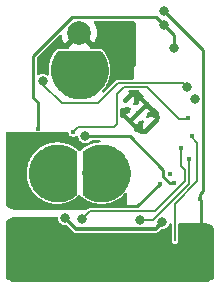
<source format=gbr>
%TF.GenerationSoftware,KiCad,Pcbnew,(6.0.5)*%
%TF.CreationDate,2023-11-29T10:11:24+07:00*%
%TF.ProjectId,lidar,6c696461-722e-46b6-9963-61645f706362,rev?*%
%TF.SameCoordinates,Original*%
%TF.FileFunction,Copper,L4,Bot*%
%TF.FilePolarity,Positive*%
%FSLAX46Y46*%
G04 Gerber Fmt 4.6, Leading zero omitted, Abs format (unit mm)*
G04 Created by KiCad (PCBNEW (6.0.5)) date 2023-11-29 10:11:24*
%MOMM*%
%LPD*%
G01*
G04 APERTURE LIST*
%TA.AperFunction,EtchedComponent*%
%ADD10C,0.001000*%
%TD*%
%TA.AperFunction,ComponentPad*%
%ADD11C,0.400000*%
%TD*%
%TA.AperFunction,ComponentPad*%
%ADD12C,2.000000*%
%TD*%
%TA.AperFunction,ViaPad*%
%ADD13C,0.400000*%
%TD*%
%TA.AperFunction,ViaPad*%
%ADD14C,0.800000*%
%TD*%
%TA.AperFunction,Conductor*%
%ADD15C,0.250000*%
%TD*%
%TA.AperFunction,Conductor*%
%ADD16C,0.200000*%
%TD*%
%TA.AperFunction,Conductor*%
%ADD17C,0.300000*%
%TD*%
%TA.AperFunction,Conductor*%
%ADD18C,0.150000*%
%TD*%
G04 APERTURE END LIST*
%TO.C,D2*%
G36*
X134839000Y-77825000D02*
G01*
X134876000Y-77870000D01*
X134948000Y-77962000D01*
X134982000Y-78010000D01*
X135014000Y-78058000D01*
X135046000Y-78108000D01*
X135076000Y-78157000D01*
X135105000Y-78208000D01*
X135133000Y-78260000D01*
X135160000Y-78312000D01*
X135185000Y-78364000D01*
X135209000Y-78418000D01*
X135231000Y-78472000D01*
X135252000Y-78526000D01*
X135272000Y-78581000D01*
X135290000Y-78637000D01*
X135307000Y-78693000D01*
X135323000Y-78749000D01*
X135337000Y-78806000D01*
X135350000Y-78863000D01*
X135361000Y-78920000D01*
X135371000Y-78978000D01*
X135380000Y-79035000D01*
X135387000Y-79093000D01*
X135392000Y-79152000D01*
X135396000Y-79210000D01*
X135399000Y-79268000D01*
X135400000Y-79327000D01*
X135400000Y-79395000D01*
X135394000Y-79528000D01*
X135383000Y-79652000D01*
X135364000Y-79775000D01*
X135340000Y-79898000D01*
X135309000Y-80019000D01*
X135272000Y-80138000D01*
X135229000Y-80255000D01*
X135179000Y-80369000D01*
X135124000Y-80481000D01*
X135063000Y-80590000D01*
X134997000Y-80695000D01*
X134925000Y-80797000D01*
X134848000Y-80896000D01*
X134766000Y-80990000D01*
X134680000Y-81079000D01*
X134589000Y-81164000D01*
X134493000Y-81245000D01*
X134394000Y-81320000D01*
X134290000Y-81390000D01*
X134184000Y-81454000D01*
X134074000Y-81513000D01*
X133961000Y-81566000D01*
X133846000Y-81614000D01*
X133728000Y-81655000D01*
X133608000Y-81690000D01*
X133487000Y-81719000D01*
X133364000Y-81741000D01*
X133241000Y-81757000D01*
X133116000Y-81767000D01*
X133000000Y-81770000D01*
X132884000Y-81767000D01*
X132759000Y-81757000D01*
X132636000Y-81741000D01*
X132513000Y-81719000D01*
X132392000Y-81690000D01*
X132272000Y-81655000D01*
X132154000Y-81614000D01*
X132039000Y-81566000D01*
X131926000Y-81513000D01*
X131816000Y-81454000D01*
X131710000Y-81390000D01*
X131606000Y-81320000D01*
X131507000Y-81245000D01*
X131411000Y-81164000D01*
X131320000Y-81079000D01*
X131234000Y-80990000D01*
X131152000Y-80896000D01*
X131075000Y-80797000D01*
X131003000Y-80695000D01*
X130937000Y-80590000D01*
X130876000Y-80481000D01*
X130821000Y-80369000D01*
X130771000Y-80255000D01*
X130728000Y-80138000D01*
X130691000Y-80019000D01*
X130660000Y-79898000D01*
X130636000Y-79775000D01*
X130617000Y-79652000D01*
X130606000Y-79528000D01*
X130600000Y-79395000D01*
X130600000Y-79327000D01*
X130601000Y-79268000D01*
X130604000Y-79210000D01*
X130608000Y-79152000D01*
X130613000Y-79093000D01*
X130620000Y-79035000D01*
X130629000Y-78978000D01*
X130639000Y-78920000D01*
X130650000Y-78863000D01*
X130663000Y-78806000D01*
X130677000Y-78749000D01*
X130693000Y-78693000D01*
X130710000Y-78637000D01*
X130728000Y-78581000D01*
X130748000Y-78526000D01*
X130769000Y-78472000D01*
X130791000Y-78418000D01*
X130815000Y-78364000D01*
X130840000Y-78312000D01*
X130867000Y-78260000D01*
X130895000Y-78208000D01*
X130924000Y-78157000D01*
X130954000Y-78108000D01*
X130986000Y-78058000D01*
X131018000Y-78010000D01*
X131052000Y-77962000D01*
X131124000Y-77870000D01*
X131161000Y-77825000D01*
X131210000Y-77770000D01*
X134790000Y-77770000D01*
X134839000Y-77825000D01*
G37*
D10*
X134839000Y-77825000D02*
X134876000Y-77870000D01*
X134948000Y-77962000D01*
X134982000Y-78010000D01*
X135014000Y-78058000D01*
X135046000Y-78108000D01*
X135076000Y-78157000D01*
X135105000Y-78208000D01*
X135133000Y-78260000D01*
X135160000Y-78312000D01*
X135185000Y-78364000D01*
X135209000Y-78418000D01*
X135231000Y-78472000D01*
X135252000Y-78526000D01*
X135272000Y-78581000D01*
X135290000Y-78637000D01*
X135307000Y-78693000D01*
X135323000Y-78749000D01*
X135337000Y-78806000D01*
X135350000Y-78863000D01*
X135361000Y-78920000D01*
X135371000Y-78978000D01*
X135380000Y-79035000D01*
X135387000Y-79093000D01*
X135392000Y-79152000D01*
X135396000Y-79210000D01*
X135399000Y-79268000D01*
X135400000Y-79327000D01*
X135400000Y-79395000D01*
X135394000Y-79528000D01*
X135383000Y-79652000D01*
X135364000Y-79775000D01*
X135340000Y-79898000D01*
X135309000Y-80019000D01*
X135272000Y-80138000D01*
X135229000Y-80255000D01*
X135179000Y-80369000D01*
X135124000Y-80481000D01*
X135063000Y-80590000D01*
X134997000Y-80695000D01*
X134925000Y-80797000D01*
X134848000Y-80896000D01*
X134766000Y-80990000D01*
X134680000Y-81079000D01*
X134589000Y-81164000D01*
X134493000Y-81245000D01*
X134394000Y-81320000D01*
X134290000Y-81390000D01*
X134184000Y-81454000D01*
X134074000Y-81513000D01*
X133961000Y-81566000D01*
X133846000Y-81614000D01*
X133728000Y-81655000D01*
X133608000Y-81690000D01*
X133487000Y-81719000D01*
X133364000Y-81741000D01*
X133241000Y-81757000D01*
X133116000Y-81767000D01*
X133000000Y-81770000D01*
X132884000Y-81767000D01*
X132759000Y-81757000D01*
X132636000Y-81741000D01*
X132513000Y-81719000D01*
X132392000Y-81690000D01*
X132272000Y-81655000D01*
X132154000Y-81614000D01*
X132039000Y-81566000D01*
X131926000Y-81513000D01*
X131816000Y-81454000D01*
X131710000Y-81390000D01*
X131606000Y-81320000D01*
X131507000Y-81245000D01*
X131411000Y-81164000D01*
X131320000Y-81079000D01*
X131234000Y-80990000D01*
X131152000Y-80896000D01*
X131075000Y-80797000D01*
X131003000Y-80695000D01*
X130937000Y-80590000D01*
X130876000Y-80481000D01*
X130821000Y-80369000D01*
X130771000Y-80255000D01*
X130728000Y-80138000D01*
X130691000Y-80019000D01*
X130660000Y-79898000D01*
X130636000Y-79775000D01*
X130617000Y-79652000D01*
X130606000Y-79528000D01*
X130600000Y-79395000D01*
X130600000Y-79327000D01*
X130601000Y-79268000D01*
X130604000Y-79210000D01*
X130608000Y-79152000D01*
X130613000Y-79093000D01*
X130620000Y-79035000D01*
X130629000Y-78978000D01*
X130639000Y-78920000D01*
X130650000Y-78863000D01*
X130663000Y-78806000D01*
X130677000Y-78749000D01*
X130693000Y-78693000D01*
X130710000Y-78637000D01*
X130728000Y-78581000D01*
X130748000Y-78526000D01*
X130769000Y-78472000D01*
X130791000Y-78418000D01*
X130815000Y-78364000D01*
X130840000Y-78312000D01*
X130867000Y-78260000D01*
X130895000Y-78208000D01*
X130924000Y-78157000D01*
X130954000Y-78108000D01*
X130986000Y-78058000D01*
X131018000Y-78010000D01*
X131052000Y-77962000D01*
X131124000Y-77870000D01*
X131161000Y-77825000D01*
X131210000Y-77770000D01*
X134790000Y-77770000D01*
X134839000Y-77825000D01*
%TO.C,D1*%
G36*
X131232000Y-85701000D02*
G01*
X131290000Y-85704000D01*
X131348000Y-85708000D01*
X131407000Y-85713000D01*
X131465000Y-85720000D01*
X131522000Y-85729000D01*
X131580000Y-85739000D01*
X131637000Y-85750000D01*
X131694000Y-85763000D01*
X131751000Y-85777000D01*
X131807000Y-85793000D01*
X131863000Y-85810000D01*
X131919000Y-85828000D01*
X131974000Y-85848000D01*
X132028000Y-85869000D01*
X132082000Y-85891000D01*
X132136000Y-85915000D01*
X132188000Y-85940000D01*
X132240000Y-85967000D01*
X132292000Y-85995000D01*
X132343000Y-86024000D01*
X132392000Y-86054000D01*
X132442000Y-86086000D01*
X132490000Y-86118000D01*
X132538000Y-86152000D01*
X132630000Y-86224000D01*
X132675000Y-86261000D01*
X132730000Y-86310000D01*
X132730000Y-89890000D01*
X132675000Y-89939000D01*
X132630000Y-89976000D01*
X132538000Y-90048000D01*
X132490000Y-90082000D01*
X132442000Y-90114000D01*
X132392000Y-90146000D01*
X132343000Y-90176000D01*
X132292000Y-90205000D01*
X132240000Y-90233000D01*
X132188000Y-90260000D01*
X132136000Y-90285000D01*
X132082000Y-90309000D01*
X132028000Y-90331000D01*
X131974000Y-90352000D01*
X131919000Y-90372000D01*
X131863000Y-90390000D01*
X131807000Y-90407000D01*
X131751000Y-90423000D01*
X131694000Y-90437000D01*
X131637000Y-90450000D01*
X131580000Y-90461000D01*
X131522000Y-90471000D01*
X131465000Y-90480000D01*
X131407000Y-90487000D01*
X131348000Y-90492000D01*
X131290000Y-90496000D01*
X131232000Y-90499000D01*
X131173000Y-90500000D01*
X131105000Y-90500000D01*
X130972000Y-90494000D01*
X130848000Y-90483000D01*
X130725000Y-90464000D01*
X130602000Y-90440000D01*
X130481000Y-90409000D01*
X130362000Y-90372000D01*
X130245000Y-90329000D01*
X130131000Y-90279000D01*
X130019000Y-90224000D01*
X129910000Y-90163000D01*
X129805000Y-90097000D01*
X129703000Y-90025000D01*
X129604000Y-89948000D01*
X129510000Y-89866000D01*
X129421000Y-89780000D01*
X129336000Y-89689000D01*
X129255000Y-89593000D01*
X129180000Y-89494000D01*
X129110000Y-89390000D01*
X129046000Y-89284000D01*
X128987000Y-89174000D01*
X128934000Y-89061000D01*
X128886000Y-88946000D01*
X128845000Y-88828000D01*
X128810000Y-88708000D01*
X128781000Y-88587000D01*
X128759000Y-88464000D01*
X128743000Y-88341000D01*
X128733000Y-88216000D01*
X128730000Y-88100000D01*
X128733000Y-87984000D01*
X128743000Y-87859000D01*
X128759000Y-87736000D01*
X128781000Y-87613000D01*
X128810000Y-87492000D01*
X128845000Y-87372000D01*
X128886000Y-87254000D01*
X128934000Y-87139000D01*
X128987000Y-87026000D01*
X129046000Y-86916000D01*
X129110000Y-86810000D01*
X129180000Y-86706000D01*
X129255000Y-86607000D01*
X129336000Y-86511000D01*
X129421000Y-86420000D01*
X129510000Y-86334000D01*
X129604000Y-86252000D01*
X129703000Y-86175000D01*
X129805000Y-86103000D01*
X129910000Y-86037000D01*
X130019000Y-85976000D01*
X130131000Y-85921000D01*
X130245000Y-85871000D01*
X130362000Y-85828000D01*
X130481000Y-85791000D01*
X130602000Y-85760000D01*
X130725000Y-85736000D01*
X130848000Y-85717000D01*
X130972000Y-85706000D01*
X131105000Y-85700000D01*
X131173000Y-85700000D01*
X131232000Y-85701000D01*
G37*
X131232000Y-85701000D02*
X131290000Y-85704000D01*
X131348000Y-85708000D01*
X131407000Y-85713000D01*
X131465000Y-85720000D01*
X131522000Y-85729000D01*
X131580000Y-85739000D01*
X131637000Y-85750000D01*
X131694000Y-85763000D01*
X131751000Y-85777000D01*
X131807000Y-85793000D01*
X131863000Y-85810000D01*
X131919000Y-85828000D01*
X131974000Y-85848000D01*
X132028000Y-85869000D01*
X132082000Y-85891000D01*
X132136000Y-85915000D01*
X132188000Y-85940000D01*
X132240000Y-85967000D01*
X132292000Y-85995000D01*
X132343000Y-86024000D01*
X132392000Y-86054000D01*
X132442000Y-86086000D01*
X132490000Y-86118000D01*
X132538000Y-86152000D01*
X132630000Y-86224000D01*
X132675000Y-86261000D01*
X132730000Y-86310000D01*
X132730000Y-89890000D01*
X132675000Y-89939000D01*
X132630000Y-89976000D01*
X132538000Y-90048000D01*
X132490000Y-90082000D01*
X132442000Y-90114000D01*
X132392000Y-90146000D01*
X132343000Y-90176000D01*
X132292000Y-90205000D01*
X132240000Y-90233000D01*
X132188000Y-90260000D01*
X132136000Y-90285000D01*
X132082000Y-90309000D01*
X132028000Y-90331000D01*
X131974000Y-90352000D01*
X131919000Y-90372000D01*
X131863000Y-90390000D01*
X131807000Y-90407000D01*
X131751000Y-90423000D01*
X131694000Y-90437000D01*
X131637000Y-90450000D01*
X131580000Y-90461000D01*
X131522000Y-90471000D01*
X131465000Y-90480000D01*
X131407000Y-90487000D01*
X131348000Y-90492000D01*
X131290000Y-90496000D01*
X131232000Y-90499000D01*
X131173000Y-90500000D01*
X131105000Y-90500000D01*
X130972000Y-90494000D01*
X130848000Y-90483000D01*
X130725000Y-90464000D01*
X130602000Y-90440000D01*
X130481000Y-90409000D01*
X130362000Y-90372000D01*
X130245000Y-90329000D01*
X130131000Y-90279000D01*
X130019000Y-90224000D01*
X129910000Y-90163000D01*
X129805000Y-90097000D01*
X129703000Y-90025000D01*
X129604000Y-89948000D01*
X129510000Y-89866000D01*
X129421000Y-89780000D01*
X129336000Y-89689000D01*
X129255000Y-89593000D01*
X129180000Y-89494000D01*
X129110000Y-89390000D01*
X129046000Y-89284000D01*
X128987000Y-89174000D01*
X128934000Y-89061000D01*
X128886000Y-88946000D01*
X128845000Y-88828000D01*
X128810000Y-88708000D01*
X128781000Y-88587000D01*
X128759000Y-88464000D01*
X128743000Y-88341000D01*
X128733000Y-88216000D01*
X128730000Y-88100000D01*
X128733000Y-87984000D01*
X128743000Y-87859000D01*
X128759000Y-87736000D01*
X128781000Y-87613000D01*
X128810000Y-87492000D01*
X128845000Y-87372000D01*
X128886000Y-87254000D01*
X128934000Y-87139000D01*
X128987000Y-87026000D01*
X129046000Y-86916000D01*
X129110000Y-86810000D01*
X129180000Y-86706000D01*
X129255000Y-86607000D01*
X129336000Y-86511000D01*
X129421000Y-86420000D01*
X129510000Y-86334000D01*
X129604000Y-86252000D01*
X129703000Y-86175000D01*
X129805000Y-86103000D01*
X129910000Y-86037000D01*
X130019000Y-85976000D01*
X130131000Y-85921000D01*
X130245000Y-85871000D01*
X130362000Y-85828000D01*
X130481000Y-85791000D01*
X130602000Y-85760000D01*
X130725000Y-85736000D01*
X130848000Y-85717000D01*
X130972000Y-85706000D01*
X131105000Y-85700000D01*
X131173000Y-85700000D01*
X131232000Y-85701000D01*
G36*
X135028000Y-85706000D02*
G01*
X135152000Y-85717000D01*
X135275000Y-85736000D01*
X135398000Y-85760000D01*
X135519000Y-85791000D01*
X135638000Y-85828000D01*
X135755000Y-85871000D01*
X135869000Y-85921000D01*
X135981000Y-85976000D01*
X136090000Y-86037000D01*
X136195000Y-86103000D01*
X136297000Y-86175000D01*
X136396000Y-86252000D01*
X136490000Y-86334000D01*
X136579000Y-86420000D01*
X136664000Y-86511000D01*
X136745000Y-86607000D01*
X136820000Y-86706000D01*
X136890000Y-86810000D01*
X136954000Y-86916000D01*
X137013000Y-87026000D01*
X137066000Y-87139000D01*
X137114000Y-87254000D01*
X137155000Y-87372000D01*
X137190000Y-87492000D01*
X137219000Y-87613000D01*
X137241000Y-87736000D01*
X137257000Y-87859000D01*
X137267000Y-87984000D01*
X137270000Y-88100000D01*
X137267000Y-88216000D01*
X137257000Y-88341000D01*
X137241000Y-88464000D01*
X137219000Y-88587000D01*
X137190000Y-88708000D01*
X137155000Y-88828000D01*
X137114000Y-88946000D01*
X137066000Y-89061000D01*
X137013000Y-89174000D01*
X136954000Y-89284000D01*
X136890000Y-89390000D01*
X136820000Y-89494000D01*
X136745000Y-89593000D01*
X136664000Y-89689000D01*
X136579000Y-89780000D01*
X136490000Y-89866000D01*
X136396000Y-89948000D01*
X136297000Y-90025000D01*
X136195000Y-90097000D01*
X136090000Y-90163000D01*
X135981000Y-90224000D01*
X135869000Y-90279000D01*
X135755000Y-90329000D01*
X135638000Y-90372000D01*
X135519000Y-90409000D01*
X135398000Y-90440000D01*
X135275000Y-90464000D01*
X135152000Y-90483000D01*
X135028000Y-90494000D01*
X134895000Y-90500000D01*
X134827000Y-90500000D01*
X134768000Y-90499000D01*
X134710000Y-90496000D01*
X134652000Y-90492000D01*
X134593000Y-90487000D01*
X134535000Y-90480000D01*
X134478000Y-90471000D01*
X134420000Y-90461000D01*
X134363000Y-90450000D01*
X134306000Y-90437000D01*
X134249000Y-90423000D01*
X134193000Y-90407000D01*
X134137000Y-90390000D01*
X134081000Y-90372000D01*
X134026000Y-90352000D01*
X133972000Y-90331000D01*
X133918000Y-90309000D01*
X133864000Y-90285000D01*
X133812000Y-90260000D01*
X133760000Y-90233000D01*
X133708000Y-90205000D01*
X133657000Y-90176000D01*
X133608000Y-90146000D01*
X133558000Y-90114000D01*
X133510000Y-90082000D01*
X133462000Y-90048000D01*
X133370000Y-89976000D01*
X133325000Y-89939000D01*
X133270000Y-89890000D01*
X133270000Y-86310000D01*
X133325000Y-86261000D01*
X133370000Y-86224000D01*
X133462000Y-86152000D01*
X133510000Y-86118000D01*
X133558000Y-86086000D01*
X133608000Y-86054000D01*
X133657000Y-86024000D01*
X133708000Y-85995000D01*
X133760000Y-85967000D01*
X133812000Y-85940000D01*
X133864000Y-85915000D01*
X133918000Y-85891000D01*
X133972000Y-85869000D01*
X134026000Y-85848000D01*
X134081000Y-85828000D01*
X134137000Y-85810000D01*
X134193000Y-85793000D01*
X134249000Y-85777000D01*
X134306000Y-85763000D01*
X134363000Y-85750000D01*
X134420000Y-85739000D01*
X134478000Y-85729000D01*
X134535000Y-85720000D01*
X134593000Y-85713000D01*
X134652000Y-85708000D01*
X134710000Y-85704000D01*
X134768000Y-85701000D01*
X134827000Y-85700000D01*
X134895000Y-85700000D01*
X135028000Y-85706000D01*
G37*
X135028000Y-85706000D02*
X135152000Y-85717000D01*
X135275000Y-85736000D01*
X135398000Y-85760000D01*
X135519000Y-85791000D01*
X135638000Y-85828000D01*
X135755000Y-85871000D01*
X135869000Y-85921000D01*
X135981000Y-85976000D01*
X136090000Y-86037000D01*
X136195000Y-86103000D01*
X136297000Y-86175000D01*
X136396000Y-86252000D01*
X136490000Y-86334000D01*
X136579000Y-86420000D01*
X136664000Y-86511000D01*
X136745000Y-86607000D01*
X136820000Y-86706000D01*
X136890000Y-86810000D01*
X136954000Y-86916000D01*
X137013000Y-87026000D01*
X137066000Y-87139000D01*
X137114000Y-87254000D01*
X137155000Y-87372000D01*
X137190000Y-87492000D01*
X137219000Y-87613000D01*
X137241000Y-87736000D01*
X137257000Y-87859000D01*
X137267000Y-87984000D01*
X137270000Y-88100000D01*
X137267000Y-88216000D01*
X137257000Y-88341000D01*
X137241000Y-88464000D01*
X137219000Y-88587000D01*
X137190000Y-88708000D01*
X137155000Y-88828000D01*
X137114000Y-88946000D01*
X137066000Y-89061000D01*
X137013000Y-89174000D01*
X136954000Y-89284000D01*
X136890000Y-89390000D01*
X136820000Y-89494000D01*
X136745000Y-89593000D01*
X136664000Y-89689000D01*
X136579000Y-89780000D01*
X136490000Y-89866000D01*
X136396000Y-89948000D01*
X136297000Y-90025000D01*
X136195000Y-90097000D01*
X136090000Y-90163000D01*
X135981000Y-90224000D01*
X135869000Y-90279000D01*
X135755000Y-90329000D01*
X135638000Y-90372000D01*
X135519000Y-90409000D01*
X135398000Y-90440000D01*
X135275000Y-90464000D01*
X135152000Y-90483000D01*
X135028000Y-90494000D01*
X134895000Y-90500000D01*
X134827000Y-90500000D01*
X134768000Y-90499000D01*
X134710000Y-90496000D01*
X134652000Y-90492000D01*
X134593000Y-90487000D01*
X134535000Y-90480000D01*
X134478000Y-90471000D01*
X134420000Y-90461000D01*
X134363000Y-90450000D01*
X134306000Y-90437000D01*
X134249000Y-90423000D01*
X134193000Y-90407000D01*
X134137000Y-90390000D01*
X134081000Y-90372000D01*
X134026000Y-90352000D01*
X133972000Y-90331000D01*
X133918000Y-90309000D01*
X133864000Y-90285000D01*
X133812000Y-90260000D01*
X133760000Y-90233000D01*
X133708000Y-90205000D01*
X133657000Y-90176000D01*
X133608000Y-90146000D01*
X133558000Y-90114000D01*
X133510000Y-90082000D01*
X133462000Y-90048000D01*
X133370000Y-89976000D01*
X133325000Y-89939000D01*
X133270000Y-89890000D01*
X133270000Y-86310000D01*
X133325000Y-86261000D01*
X133370000Y-86224000D01*
X133462000Y-86152000D01*
X133510000Y-86118000D01*
X133558000Y-86086000D01*
X133608000Y-86054000D01*
X133657000Y-86024000D01*
X133708000Y-85995000D01*
X133760000Y-85967000D01*
X133812000Y-85940000D01*
X133864000Y-85915000D01*
X133918000Y-85891000D01*
X133972000Y-85869000D01*
X134026000Y-85848000D01*
X134081000Y-85828000D01*
X134137000Y-85810000D01*
X134193000Y-85793000D01*
X134249000Y-85777000D01*
X134306000Y-85763000D01*
X134363000Y-85750000D01*
X134420000Y-85739000D01*
X134478000Y-85729000D01*
X134535000Y-85720000D01*
X134593000Y-85713000D01*
X134652000Y-85708000D01*
X134710000Y-85704000D01*
X134768000Y-85701000D01*
X134827000Y-85700000D01*
X134895000Y-85700000D01*
X135028000Y-85706000D01*
%TD*%
D11*
%TO.P,U1,30,AVSS*%
%TO.N,GND1*%
X137275216Y-83724784D03*
%TO.P,U1,31,AVSS*%
X138000000Y-83000000D03*
%TO.P,U1,32,AVSS*%
X138724784Y-82275216D03*
%TO.P,U1,33,AVSS*%
X136921662Y-81921662D03*
%TO.P,U1,34,AVSS*%
X139078338Y-84078338D03*
%TD*%
D12*
%TO.P,D2,1*%
%TO.N,GND1*%
X133000000Y-76230000D03*
%TO.P,D2,2*%
%TO.N,Net-(D2-Pad2)*%
X133000000Y-78770000D03*
%TD*%
%TO.P,D1,A*%
%TO.N,/VDD_LED*%
X131730000Y-88100000D03*
%TO.P,D1,C*%
%TO.N,Net-(D1-PadC)*%
X134270000Y-88100000D03*
%TD*%
D13*
%TO.N,GND1*%
X139000000Y-83100000D03*
X137000000Y-82700000D03*
X137921662Y-84078338D03*
X137856274Y-81891352D03*
%TO.N,GND3*%
X143200000Y-90300000D03*
D14*
X140200000Y-74400000D03*
X140100000Y-93700000D03*
D13*
%TO.N,GND*%
X130600000Y-90900000D03*
D14*
X140200000Y-75600000D03*
D13*
X129400000Y-90400000D03*
X129500000Y-84400000D03*
D14*
X141000000Y-77500000D03*
D13*
X129400000Y-85700000D03*
X139800000Y-89000000D03*
X132600000Y-85700000D03*
D14*
%TO.N,/VDD_LED*%
X140026944Y-92226944D03*
X131800000Y-91900000D03*
D13*
%TO.N,GND2*%
X140979122Y-88979122D03*
D14*
X133513000Y-84979000D03*
%TO.N,/IOVDD_DUT*%
X142750000Y-81850000D03*
D13*
X140674500Y-88200000D03*
%TO.N,/SCL_S*%
X142500000Y-85000000D03*
%TO.N,/SDA_S*%
X132500000Y-84600000D03*
X142200000Y-83400000D03*
D14*
%TO.N,/GP1*%
X138100000Y-92050500D03*
D13*
X142300000Y-86900000D03*
%TO.N,/GP2*%
X141600000Y-86000000D03*
D14*
X133200000Y-92000000D03*
%TO.N,/VSYNC_RST*%
X142100000Y-80800000D03*
X129900000Y-80300000D03*
%TD*%
D15*
%TO.N,GND*%
X132400000Y-74900000D02*
X139500000Y-74900000D01*
X129100000Y-78200000D02*
X132400000Y-74900000D01*
X129100000Y-81700000D02*
X129100000Y-78200000D01*
X129500000Y-82100000D02*
X129100000Y-81700000D01*
X139500000Y-74900000D02*
X140200000Y-75600000D01*
X129500000Y-84400000D02*
X129500000Y-82100000D01*
%TO.N,GND1*%
X139078300Y-84078300D02*
X139078000Y-84078300D01*
X137416600Y-83866200D02*
X137275200Y-83724800D01*
X137275000Y-83724800D02*
X137416600Y-83866200D01*
%TO.N,GND3*%
X143300000Y-94000000D02*
X142500000Y-94800000D01*
X140498960Y-94800000D02*
X140100000Y-94401040D01*
D16*
X132100000Y-94300000D02*
X132600000Y-94800000D01*
D15*
X142500000Y-94800000D02*
X140498960Y-94800000D01*
X143474511Y-77674511D02*
X140200000Y-74400000D01*
X143474511Y-89625489D02*
X143474511Y-77674511D01*
X140100000Y-94401040D02*
X140100000Y-93700000D01*
D16*
X134100000Y-94401040D02*
X134100000Y-93800000D01*
X133701040Y-94800000D02*
X134100000Y-94401040D01*
D15*
X143200000Y-90300000D02*
X143200000Y-89900000D01*
D16*
X132100000Y-93800000D02*
X132100000Y-94300000D01*
D15*
X143200000Y-90300000D02*
X143300000Y-90400000D01*
X143300000Y-90400000D02*
X143300000Y-94000000D01*
X140100000Y-93700000D02*
X140100000Y-93471072D01*
X143200000Y-89900000D02*
X143474511Y-89625489D01*
D16*
X132600000Y-94800000D02*
X133701040Y-94800000D01*
D15*
%TO.N,GND*%
X141000000Y-77300000D02*
X141000000Y-77500000D01*
X139800000Y-89000000D02*
X137900000Y-90900000D01*
X140200000Y-75600000D02*
X141000000Y-76400000D01*
X137900000Y-90900000D02*
X130600000Y-90900000D01*
X141000000Y-76400000D02*
X141000000Y-77300000D01*
D17*
%TO.N,/VDD_LED*%
X140026944Y-92226944D02*
X139453888Y-92800000D01*
X139453888Y-92800000D02*
X132700000Y-92800000D01*
X132700000Y-92800000D02*
X131800000Y-91900000D01*
D15*
%TO.N,GND2*%
X140099989Y-87799989D02*
X137279000Y-84979000D01*
X140641140Y-88979122D02*
X140099989Y-88437971D01*
X140979122Y-88979122D02*
X140641140Y-88979122D01*
X137279000Y-84979000D02*
X133513000Y-84979000D01*
X140099989Y-88437971D02*
X140099989Y-87799989D01*
D18*
%TO.N,/SCL_S*%
X143000000Y-85524500D02*
X143000000Y-88794296D01*
X141100000Y-90694296D02*
X141100000Y-93800000D01*
X142475500Y-85000000D02*
X143000000Y-85524500D01*
X143000000Y-88794296D02*
X141100000Y-90694296D01*
%TO.N,/SDA_S*%
X132900000Y-84200000D02*
X135900000Y-84200000D01*
X132500000Y-84600000D02*
X132900000Y-84200000D01*
X141400000Y-83500000D02*
X142100000Y-83500000D01*
X142100000Y-83500000D02*
X142200000Y-83400000D01*
X136200000Y-81400000D02*
X136800000Y-80800000D01*
X135900000Y-84200000D02*
X136200000Y-83900000D01*
X136800000Y-80800000D02*
X138700000Y-80800000D01*
X136200000Y-83900000D02*
X136200000Y-81400000D01*
X138700000Y-80800000D02*
X141400000Y-83500000D01*
%TO.N,/GP1*%
X139249500Y-92050500D02*
X142300000Y-89000000D01*
X142300000Y-89000000D02*
X142300000Y-86900000D01*
X138100000Y-92050500D02*
X139249500Y-92050500D01*
%TO.N,/GP2*%
X139400000Y-91300000D02*
X141950480Y-88749520D01*
X141950480Y-88749520D02*
X141950480Y-87850480D01*
X133200000Y-92000000D02*
X133900000Y-91300000D01*
X141625489Y-87525489D02*
X141625489Y-86074511D01*
X133900000Y-91300000D02*
X139400000Y-91300000D01*
X141950480Y-87850480D02*
X141625489Y-87525489D01*
%TO.N,/VSYNC_RST*%
X129900000Y-80300000D02*
X129900000Y-80600000D01*
X131500000Y-82200000D02*
X134550481Y-82200000D01*
X129900000Y-80600000D02*
X131500000Y-82200000D01*
X136300000Y-80450481D02*
X141750481Y-80450481D01*
X141750481Y-80450481D02*
X142100000Y-80800000D01*
X134550481Y-82200000D02*
X136300000Y-80450481D01*
%TD*%
%TA.AperFunction,Conductor*%
%TO.N,GND*%
G36*
X132047895Y-84618907D02*
G01*
X132083859Y-84668407D01*
X132087485Y-84683513D01*
X132091566Y-84709278D01*
X132095095Y-84731562D01*
X132098631Y-84738501D01*
X132098631Y-84738502D01*
X132141297Y-84822238D01*
X132155567Y-84850245D01*
X132249755Y-84944433D01*
X132256692Y-84947968D01*
X132256694Y-84947969D01*
X132337670Y-84989228D01*
X132368438Y-85004905D01*
X132376131Y-85006124D01*
X132376133Y-85006124D01*
X132492303Y-85024523D01*
X132500000Y-85025742D01*
X132507697Y-85024523D01*
X132623867Y-85006124D01*
X132623869Y-85006124D01*
X132631562Y-85004905D01*
X132662330Y-84989228D01*
X132743302Y-84947971D01*
X132743305Y-84947969D01*
X132750245Y-84944433D01*
X132755096Y-84939582D01*
X132812838Y-84920821D01*
X132871029Y-84939728D01*
X132906993Y-84989228D01*
X132910991Y-85006899D01*
X132927956Y-85135762D01*
X132988464Y-85281841D01*
X133084718Y-85407282D01*
X133210159Y-85503536D01*
X133319443Y-85548803D01*
X133345558Y-85559620D01*
X133356238Y-85564044D01*
X133513000Y-85584682D01*
X133669762Y-85564044D01*
X133680443Y-85559620D01*
X133692458Y-85554643D01*
X133753455Y-85549842D01*
X133773694Y-85562245D01*
X133779957Y-85536811D01*
X133813175Y-85504640D01*
X133815841Y-85503536D01*
X133821245Y-85499390D01*
X133936129Y-85411236D01*
X133941282Y-85407282D01*
X133990429Y-85343233D01*
X134040852Y-85308577D01*
X134068970Y-85304500D01*
X134706910Y-85304500D01*
X134765101Y-85323407D01*
X134801065Y-85372907D01*
X134801065Y-85434093D01*
X134765101Y-85483593D01*
X134713717Y-85502266D01*
X134698714Y-85503300D01*
X134697024Y-85503402D01*
X134682132Y-85504173D01*
X134676988Y-85504439D01*
X134675365Y-85504899D01*
X134675108Y-85504929D01*
X134659523Y-85506003D01*
X134659319Y-85506007D01*
X134657784Y-85505789D01*
X134638777Y-85507400D01*
X134637420Y-85507515D01*
X134635870Y-85507635D01*
X134615564Y-85509035D01*
X134614082Y-85509483D01*
X134613872Y-85509511D01*
X134596112Y-85511016D01*
X134594953Y-85511069D01*
X134591591Y-85510711D01*
X134586025Y-85511383D01*
X134586021Y-85511383D01*
X134574236Y-85512806D01*
X134570730Y-85513167D01*
X134553448Y-85514631D01*
X134550235Y-85515656D01*
X134549056Y-85515844D01*
X134530903Y-85518035D01*
X134529656Y-85518137D01*
X134526211Y-85517898D01*
X134520682Y-85518771D01*
X134520681Y-85518771D01*
X134509076Y-85520603D01*
X134505502Y-85521101D01*
X134493928Y-85522498D01*
X134488419Y-85523163D01*
X134485167Y-85524329D01*
X134483913Y-85524576D01*
X134467944Y-85527098D01*
X134467746Y-85527119D01*
X134466356Y-85527042D01*
X134462853Y-85527646D01*
X134462852Y-85527646D01*
X134445895Y-85530569D01*
X134444520Y-85530796D01*
X134427775Y-85533440D01*
X134427770Y-85533441D01*
X134424269Y-85533994D01*
X134422972Y-85534513D01*
X134422797Y-85534553D01*
X134406630Y-85537340D01*
X134406285Y-85537383D01*
X134404339Y-85537314D01*
X134399769Y-85538196D01*
X134399768Y-85538196D01*
X134384815Y-85541081D01*
X134382882Y-85541434D01*
X134363518Y-85544773D01*
X134361723Y-85545521D01*
X134361378Y-85545604D01*
X134354443Y-85546943D01*
X134344801Y-85548803D01*
X134343772Y-85548960D01*
X134340573Y-85548954D01*
X134323228Y-85552910D01*
X134319998Y-85553589D01*
X134308132Y-85555879D01*
X134308125Y-85555881D01*
X134302664Y-85556935D01*
X134299736Y-85558225D01*
X134298713Y-85558501D01*
X134282120Y-85562285D01*
X134281867Y-85562330D01*
X134280236Y-85562354D01*
X134276313Y-85563318D01*
X134276299Y-85563320D01*
X134260440Y-85567215D01*
X134258852Y-85567592D01*
X134239213Y-85572071D01*
X134237744Y-85572778D01*
X134237507Y-85572848D01*
X134220586Y-85577005D01*
X134219279Y-85577274D01*
X134215741Y-85577459D01*
X134201972Y-85581394D01*
X134199170Y-85582194D01*
X134195592Y-85583145D01*
X134179051Y-85587207D01*
X134175891Y-85588793D01*
X134174615Y-85589210D01*
X134174453Y-85589256D01*
X134158315Y-85593866D01*
X134158076Y-85593922D01*
X134156467Y-85594033D01*
X134142823Y-85598175D01*
X134136979Y-85599949D01*
X134135418Y-85600409D01*
X134119842Y-85604859D01*
X134119838Y-85604860D01*
X134115993Y-85605959D01*
X134114578Y-85606736D01*
X134114345Y-85606819D01*
X134099060Y-85611460D01*
X134098833Y-85611517D01*
X134097236Y-85611653D01*
X134077864Y-85617880D01*
X134076326Y-85618361D01*
X134056930Y-85624249D01*
X134055546Y-85625040D01*
X134055312Y-85625128D01*
X134038600Y-85630499D01*
X134037310Y-85630861D01*
X134033773Y-85631297D01*
X134028509Y-85633211D01*
X134028510Y-85633211D01*
X134017650Y-85637160D01*
X134014123Y-85638368D01*
X134006441Y-85640837D01*
X134005371Y-85641181D01*
X133997919Y-85643576D01*
X133994846Y-85645399D01*
X133993591Y-85645908D01*
X133976982Y-85651948D01*
X133976566Y-85652078D01*
X133974435Y-85652389D01*
X133969742Y-85654214D01*
X133969736Y-85654216D01*
X133956254Y-85659459D01*
X133954228Y-85660222D01*
X133936014Y-85666845D01*
X133934201Y-85668015D01*
X133933812Y-85668187D01*
X133919084Y-85673914D01*
X133918870Y-85673985D01*
X133917315Y-85674238D01*
X133913683Y-85675718D01*
X133913679Y-85675719D01*
X133901416Y-85680715D01*
X133840392Y-85685159D01*
X133820729Y-85672951D01*
X133814755Y-85697834D01*
X133770553Y-85736574D01*
X133761659Y-85740527D01*
X133759368Y-85742242D01*
X133758638Y-85742631D01*
X133743280Y-85750014D01*
X133742495Y-85750353D01*
X133739646Y-85751089D01*
X133734677Y-85753669D01*
X133734672Y-85753671D01*
X133723466Y-85759490D01*
X133720777Y-85760835D01*
X133704485Y-85768667D01*
X133702182Y-85770501D01*
X133701435Y-85770928D01*
X133686435Y-85778717D01*
X133686241Y-85778806D01*
X133684815Y-85779197D01*
X133678965Y-85782347D01*
X133666695Y-85788953D01*
X133665385Y-85789646D01*
X133658995Y-85792964D01*
X133647265Y-85799055D01*
X133646136Y-85800012D01*
X133645948Y-85800126D01*
X133631076Y-85808133D01*
X133630646Y-85808340D01*
X133628499Y-85808983D01*
X133623995Y-85811544D01*
X133623991Y-85811546D01*
X133611641Y-85818569D01*
X133609717Y-85819634D01*
X133592754Y-85828768D01*
X133591063Y-85830245D01*
X133590661Y-85830498D01*
X133575314Y-85839226D01*
X133574451Y-85839672D01*
X133571525Y-85840652D01*
X133566753Y-85843574D01*
X133566752Y-85843574D01*
X133556187Y-85850042D01*
X133553432Y-85851668D01*
X133542780Y-85857725D01*
X133542776Y-85857728D01*
X133537947Y-85860474D01*
X133535668Y-85862560D01*
X133534877Y-85863089D01*
X133521019Y-85871574D01*
X133520726Y-85871735D01*
X133518887Y-85872392D01*
X133514959Y-85874906D01*
X133502164Y-85883095D01*
X133500488Y-85884144D01*
X133487691Y-85891978D01*
X133487686Y-85891982D01*
X133483721Y-85894409D01*
X133482326Y-85895771D01*
X133482039Y-85895974D01*
X133476204Y-85899708D01*
X133467487Y-85905287D01*
X133467219Y-85905442D01*
X133465509Y-85906089D01*
X133448841Y-85917201D01*
X133447366Y-85918165D01*
X133430564Y-85928918D01*
X133429279Y-85930224D01*
X133429024Y-85930412D01*
X133415588Y-85939369D01*
X133414974Y-85939742D01*
X133412456Y-85940778D01*
X133407894Y-85944009D01*
X133407891Y-85944011D01*
X133397289Y-85951521D01*
X133394984Y-85953105D01*
X133379651Y-85963327D01*
X133377777Y-85965304D01*
X133377195Y-85965754D01*
X133362092Y-85976452D01*
X133360108Y-85977763D01*
X133356108Y-85979636D01*
X133351700Y-85983086D01*
X133351698Y-85983087D01*
X133343776Y-85989287D01*
X133339985Y-85992111D01*
X133331861Y-85997865D01*
X133331858Y-85997867D01*
X133327327Y-86001077D01*
X133324380Y-86004369D01*
X133322556Y-86005894D01*
X133274277Y-86043677D01*
X133265163Y-86050810D01*
X133262501Y-86052893D01*
X133262080Y-86053193D01*
X133259985Y-86054237D01*
X133255848Y-86057639D01*
X133255846Y-86057640D01*
X133245151Y-86066434D01*
X133243317Y-86067907D01*
X133228277Y-86079677D01*
X133226802Y-86081491D01*
X133226417Y-86081837D01*
X133221940Y-86085519D01*
X133212826Y-86093013D01*
X133211617Y-86093935D01*
X133208346Y-86095729D01*
X133204164Y-86099455D01*
X133195732Y-86106967D01*
X133192753Y-86109516D01*
X133184142Y-86116596D01*
X133184134Y-86116604D01*
X133179841Y-86120134D01*
X133177561Y-86123082D01*
X133176463Y-86124134D01*
X133167889Y-86131773D01*
X133160359Y-86136790D01*
X133160433Y-86136883D01*
X133151705Y-86143825D01*
X133141657Y-86148650D01*
X133134696Y-86157355D01*
X133134693Y-86157357D01*
X133125459Y-86168904D01*
X133123148Y-86171633D01*
X133119374Y-86174995D01*
X133111610Y-86185899D01*
X133111118Y-86186590D01*
X133107793Y-86190994D01*
X133098003Y-86203237D01*
X133084382Y-86220269D01*
X133083152Y-86225618D01*
X133082281Y-86227090D01*
X133080594Y-86229459D01*
X133031439Y-86265891D01*
X132970256Y-86266473D01*
X132919206Y-86229312D01*
X132917861Y-86227416D01*
X132916996Y-86225949D01*
X132915774Y-86220593D01*
X132892430Y-86191298D01*
X132889108Y-86186882D01*
X132884004Y-86179688D01*
X132884003Y-86179686D01*
X132880759Y-86175114D01*
X132876980Y-86171747D01*
X132874703Y-86169052D01*
X132865573Y-86157594D01*
X132865572Y-86157593D01*
X132858625Y-86148875D01*
X132848584Y-86144032D01*
X132839871Y-86137076D01*
X132839912Y-86137025D01*
X132832314Y-86131953D01*
X132823670Y-86124252D01*
X132822574Y-86123201D01*
X132820298Y-86120248D01*
X132809880Y-86111682D01*
X132807228Y-86109501D01*
X132804273Y-86106972D01*
X132791787Y-86095848D01*
X132788522Y-86094050D01*
X132787315Y-86093128D01*
X132773725Y-86081954D01*
X132773334Y-86081602D01*
X132771864Y-86079787D01*
X132756698Y-86067917D01*
X132754895Y-86066472D01*
X132740153Y-86054351D01*
X132738066Y-86053306D01*
X132737638Y-86053001D01*
X132718970Y-86038392D01*
X132718969Y-86038391D01*
X132677575Y-86005996D01*
X132675759Y-86004476D01*
X132672819Y-86001181D01*
X132659988Y-85992092D01*
X132656271Y-85989323D01*
X132644033Y-85979746D01*
X132640036Y-85977865D01*
X132638053Y-85976555D01*
X132622931Y-85965843D01*
X132622370Y-85965409D01*
X132620498Y-85963427D01*
X132615849Y-85960328D01*
X132615847Y-85960326D01*
X132612241Y-85957922D01*
X132604997Y-85953093D01*
X132602718Y-85951526D01*
X132596069Y-85946816D01*
X132587690Y-85940881D01*
X132585173Y-85939841D01*
X132584552Y-85939463D01*
X132571121Y-85930509D01*
X132570866Y-85930321D01*
X132569586Y-85929015D01*
X132565860Y-85926630D01*
X132565850Y-85926623D01*
X132552701Y-85918208D01*
X132551153Y-85917197D01*
X132538325Y-85908645D01*
X132534640Y-85906188D01*
X132532929Y-85905536D01*
X132532658Y-85905381D01*
X132518114Y-85896072D01*
X132517823Y-85895866D01*
X132516431Y-85894502D01*
X132505074Y-85887549D01*
X132499546Y-85884164D01*
X132497876Y-85883119D01*
X132485183Y-85874996D01*
X132485181Y-85874995D01*
X132481264Y-85872488D01*
X132479430Y-85871829D01*
X132479110Y-85871653D01*
X132465289Y-85863191D01*
X132464484Y-85862653D01*
X132462209Y-85860562D01*
X132457346Y-85857797D01*
X132457342Y-85857794D01*
X132446560Y-85851663D01*
X132443806Y-85850037D01*
X132433370Y-85843648D01*
X132433363Y-85843645D01*
X132428627Y-85840745D01*
X132425704Y-85839760D01*
X132424847Y-85839317D01*
X132409496Y-85830588D01*
X132409088Y-85830331D01*
X132407403Y-85828853D01*
X132402692Y-85826316D01*
X132390325Y-85819656D01*
X132388331Y-85818552D01*
X132376162Y-85811633D01*
X132376156Y-85811630D01*
X132371657Y-85809072D01*
X132369512Y-85808425D01*
X132369076Y-85808215D01*
X132354202Y-85800206D01*
X132354021Y-85800097D01*
X132352894Y-85799138D01*
X132334610Y-85789644D01*
X132333340Y-85788972D01*
X132318637Y-85781055D01*
X132318628Y-85781051D01*
X132315343Y-85779282D01*
X132313917Y-85778888D01*
X132313719Y-85778797D01*
X132298729Y-85771014D01*
X132297975Y-85770582D01*
X132295675Y-85768744D01*
X132290508Y-85766260D01*
X132279235Y-85760840D01*
X132276512Y-85759478D01*
X132265446Y-85753732D01*
X132265442Y-85753731D01*
X132260513Y-85751171D01*
X132257658Y-85750428D01*
X132256878Y-85750091D01*
X132253861Y-85748641D01*
X132241505Y-85742701D01*
X132240800Y-85742325D01*
X132238504Y-85740600D01*
X132233385Y-85738325D01*
X132233380Y-85738322D01*
X132221722Y-85733141D01*
X132219098Y-85731928D01*
X132202670Y-85724030D01*
X132199873Y-85723393D01*
X132199115Y-85723093D01*
X132182240Y-85715593D01*
X132181440Y-85715198D01*
X132178988Y-85713473D01*
X132162149Y-85706613D01*
X132159353Y-85705421D01*
X132142927Y-85698121D01*
X132139987Y-85697543D01*
X132139133Y-85697235D01*
X132123653Y-85690928D01*
X132123436Y-85690827D01*
X132122138Y-85689945D01*
X132118483Y-85688524D01*
X132118473Y-85688519D01*
X132103093Y-85682538D01*
X132101623Y-85681953D01*
X132086485Y-85675786D01*
X132086477Y-85675783D01*
X132082851Y-85674306D01*
X132081298Y-85674051D01*
X132081084Y-85673980D01*
X132066358Y-85668253D01*
X132065965Y-85668079D01*
X132064154Y-85666906D01*
X132059427Y-85665187D01*
X132059418Y-85665183D01*
X132045776Y-85660222D01*
X132043734Y-85659454D01*
X132039413Y-85657774D01*
X132025732Y-85652454D01*
X132023599Y-85652139D01*
X132023198Y-85652013D01*
X132006572Y-85645968D01*
X132005318Y-85645457D01*
X132002251Y-85643631D01*
X131996931Y-85641921D01*
X131996920Y-85641916D01*
X131985881Y-85638368D01*
X131982346Y-85637158D01*
X131981108Y-85636708D01*
X131966395Y-85631358D01*
X131962859Y-85630915D01*
X131961551Y-85630548D01*
X131944858Y-85625183D01*
X131944627Y-85625096D01*
X131943241Y-85624301D01*
X131939441Y-85623147D01*
X131939437Y-85623146D01*
X131923676Y-85618362D01*
X131922136Y-85617880D01*
X131906721Y-85612925D01*
X131902935Y-85611708D01*
X131901340Y-85611570D01*
X131901108Y-85611511D01*
X131892886Y-85609015D01*
X131885816Y-85606868D01*
X131885595Y-85606789D01*
X131884179Y-85606008D01*
X131880329Y-85604908D01*
X131880326Y-85604907D01*
X131876644Y-85603855D01*
X131864535Y-85600396D01*
X131863072Y-85599965D01*
X131843704Y-85594085D01*
X131842094Y-85593971D01*
X131841855Y-85593915D01*
X131825548Y-85589256D01*
X131824285Y-85588843D01*
X131821123Y-85587249D01*
X131815686Y-85585914D01*
X131815684Y-85585913D01*
X131804380Y-85583137D01*
X131800824Y-85582193D01*
X131784431Y-85577509D01*
X131780894Y-85577317D01*
X131779604Y-85577051D01*
X131767959Y-85574191D01*
X131762668Y-85572892D01*
X131762432Y-85572822D01*
X131760962Y-85572111D01*
X131741031Y-85567565D01*
X131739559Y-85567216D01*
X131723863Y-85563361D01*
X131719938Y-85562397D01*
X131718309Y-85562370D01*
X131718054Y-85562325D01*
X131712291Y-85561010D01*
X131701443Y-85558535D01*
X131700437Y-85558263D01*
X131697512Y-85556969D01*
X131692022Y-85555909D01*
X131692020Y-85555909D01*
X131680033Y-85553596D01*
X131676819Y-85552920D01*
X131659602Y-85548993D01*
X131656401Y-85548993D01*
X131655356Y-85548834D01*
X131638804Y-85545639D01*
X131638452Y-85545554D01*
X131636658Y-85544803D01*
X131616984Y-85541410D01*
X131615153Y-85541075D01*
X131600396Y-85538227D01*
X131600386Y-85538226D01*
X131595837Y-85537348D01*
X131593896Y-85537413D01*
X131593544Y-85537369D01*
X131577375Y-85534581D01*
X131577203Y-85534543D01*
X131575908Y-85534022D01*
X131558854Y-85531329D01*
X131555530Y-85530804D01*
X131554153Y-85530577D01*
X131537321Y-85527675D01*
X131537315Y-85527674D01*
X131533821Y-85527072D01*
X131532428Y-85527146D01*
X131532230Y-85527125D01*
X131516246Y-85524602D01*
X131515008Y-85524358D01*
X131511758Y-85523185D01*
X131496767Y-85521376D01*
X131494506Y-85521103D01*
X131490945Y-85520607D01*
X131473966Y-85517926D01*
X131470516Y-85518160D01*
X131469277Y-85518058D01*
X131451108Y-85515865D01*
X131449950Y-85515680D01*
X131446730Y-85514646D01*
X131441144Y-85514173D01*
X131441141Y-85514172D01*
X131429292Y-85513168D01*
X131425792Y-85512809D01*
X131414107Y-85511399D01*
X131414105Y-85511399D01*
X131408587Y-85510733D01*
X131405235Y-85511084D01*
X131404038Y-85511028D01*
X131396437Y-85510384D01*
X131386306Y-85509525D01*
X131386090Y-85509496D01*
X131384614Y-85509048D01*
X131380767Y-85508783D01*
X131380762Y-85508782D01*
X131364226Y-85507642D01*
X131362676Y-85507523D01*
X131362582Y-85507515D01*
X131342394Y-85505804D01*
X131340862Y-85506020D01*
X131340638Y-85506015D01*
X131325082Y-85504942D01*
X131324815Y-85504911D01*
X131323192Y-85504448D01*
X131319045Y-85504234D01*
X131319040Y-85504233D01*
X131302944Y-85503401D01*
X131301244Y-85503298D01*
X131285369Y-85502203D01*
X131281223Y-85501917D01*
X131279557Y-85502178D01*
X131279289Y-85502177D01*
X131262566Y-85501312D01*
X131261446Y-85501210D01*
X131258242Y-85500416D01*
X131252652Y-85500321D01*
X131252650Y-85500321D01*
X131240611Y-85500117D01*
X131237178Y-85499999D01*
X131225309Y-85499385D01*
X131225306Y-85499385D01*
X131219753Y-85499098D01*
X131216501Y-85499665D01*
X131215374Y-85499690D01*
X131205277Y-85499519D01*
X131197717Y-85499390D01*
X131197462Y-85499373D01*
X131195839Y-85499000D01*
X131175548Y-85499000D01*
X131173870Y-85498986D01*
X131173848Y-85498986D01*
X131153750Y-85498645D01*
X131152122Y-85498987D01*
X131151856Y-85499000D01*
X131124941Y-85499000D01*
X131122886Y-85498930D01*
X131118757Y-85498175D01*
X131102725Y-85498898D01*
X131102707Y-85498899D01*
X131098246Y-85499000D01*
X131082340Y-85499000D01*
X131078252Y-85499932D01*
X131076173Y-85500096D01*
X131008819Y-85503134D01*
X130982888Y-85504304D01*
X130981002Y-85504323D01*
X130976989Y-85503768D01*
X130971418Y-85504262D01*
X130971411Y-85504262D01*
X130960714Y-85505211D01*
X130956434Y-85505497D01*
X130945860Y-85505974D01*
X130945857Y-85505975D01*
X130940305Y-85506225D01*
X130936398Y-85507304D01*
X130934520Y-85507536D01*
X130913183Y-85509429D01*
X130851132Y-85514933D01*
X130846367Y-85515240D01*
X130845471Y-85515276D01*
X130839887Y-85514869D01*
X130834353Y-85515724D01*
X130834349Y-85515724D01*
X130826908Y-85516873D01*
X130820550Y-85517645D01*
X130813210Y-85518296D01*
X130813199Y-85518298D01*
X130807668Y-85518789D01*
X130802382Y-85520499D01*
X130801333Y-85520712D01*
X130796716Y-85521538D01*
X130786197Y-85523163D01*
X130714119Y-85534297D01*
X130712638Y-85534470D01*
X130708923Y-85534346D01*
X130703430Y-85535418D01*
X130703426Y-85535418D01*
X130692305Y-85537588D01*
X130688465Y-85538259D01*
X130677408Y-85539967D01*
X130677406Y-85539968D01*
X130671921Y-85540815D01*
X130668465Y-85542185D01*
X130667029Y-85542520D01*
X130583418Y-85558835D01*
X130579489Y-85559490D01*
X130574240Y-85559620D01*
X130568816Y-85561010D01*
X130568813Y-85561010D01*
X130560543Y-85563129D01*
X130554956Y-85564389D01*
X130541266Y-85567060D01*
X130536473Y-85569183D01*
X130532607Y-85570286D01*
X130450440Y-85591337D01*
X130447773Y-85591932D01*
X130443131Y-85592283D01*
X130428575Y-85596809D01*
X130423781Y-85598168D01*
X130409164Y-85601912D01*
X130405021Y-85604043D01*
X130402394Y-85604949D01*
X130360804Y-85617880D01*
X130321396Y-85630133D01*
X130318727Y-85630872D01*
X130314100Y-85631459D01*
X130308845Y-85633390D01*
X130308842Y-85633391D01*
X130299816Y-85636708D01*
X130295065Y-85638319D01*
X130288355Y-85640406D01*
X130280684Y-85642791D01*
X130276654Y-85645130D01*
X130274053Y-85646178D01*
X130194930Y-85675257D01*
X130190571Y-85676732D01*
X130185182Y-85677753D01*
X130175805Y-85681866D01*
X130172666Y-85683242D01*
X130167062Y-85685498D01*
X130159613Y-85688236D01*
X130159607Y-85688239D01*
X130154394Y-85690155D01*
X130149804Y-85693139D01*
X130145562Y-85695130D01*
X130068537Y-85728913D01*
X130066829Y-85729592D01*
X130062902Y-85730513D01*
X130057875Y-85732982D01*
X130057874Y-85732982D01*
X130054444Y-85734667D01*
X130048215Y-85737726D01*
X130044348Y-85739522D01*
X130034604Y-85743795D01*
X130034600Y-85743798D01*
X130029514Y-85746028D01*
X130026274Y-85748429D01*
X130024633Y-85749306D01*
X129948397Y-85786743D01*
X129945483Y-85788068D01*
X129940770Y-85789445D01*
X129927855Y-85796673D01*
X129923171Y-85799131D01*
X129910061Y-85805569D01*
X129906259Y-85808648D01*
X129903461Y-85810323D01*
X129850978Y-85839695D01*
X129829263Y-85851848D01*
X129826792Y-85853131D01*
X129822370Y-85854672D01*
X129815878Y-85858753D01*
X129809508Y-85862757D01*
X129805170Y-85865332D01*
X129792066Y-85872665D01*
X129788596Y-85875798D01*
X129786240Y-85877382D01*
X129715013Y-85922153D01*
X129712268Y-85923767D01*
X129707745Y-85925619D01*
X129700818Y-85930509D01*
X129695649Y-85934158D01*
X129691239Y-85937097D01*
X129683556Y-85941926D01*
X129683553Y-85941928D01*
X129678849Y-85944885D01*
X129675397Y-85948337D01*
X129672818Y-85950273D01*
X129603361Y-85999301D01*
X129601527Y-86000506D01*
X129597626Y-86002319D01*
X129585091Y-86012069D01*
X129581413Y-86014794D01*
X129573119Y-86020648D01*
X129573114Y-86020652D01*
X129568574Y-86023857D01*
X129565699Y-86027058D01*
X129563977Y-86028490D01*
X129496518Y-86080957D01*
X129493579Y-86083112D01*
X129489080Y-86085519D01*
X129480490Y-86093013D01*
X129478252Y-86094965D01*
X129473953Y-86098507D01*
X129467094Y-86103842D01*
X129467089Y-86103847D01*
X129462711Y-86107252D01*
X129459483Y-86111199D01*
X129456746Y-86113725D01*
X129393324Y-86169052D01*
X129392926Y-86169399D01*
X129390763Y-86171170D01*
X129386753Y-86173586D01*
X129382725Y-86177479D01*
X129382723Y-86177480D01*
X129375826Y-86184145D01*
X129372110Y-86187557D01*
X129360793Y-86197429D01*
X129358041Y-86201210D01*
X129356078Y-86203227D01*
X129295683Y-86261585D01*
X129293602Y-86263475D01*
X129289702Y-86266106D01*
X129279361Y-86277177D01*
X129275822Y-86280776D01*
X129269026Y-86287343D01*
X129269023Y-86287346D01*
X129265033Y-86291202D01*
X129262467Y-86295133D01*
X129260559Y-86297305D01*
X129202745Y-86359200D01*
X129200817Y-86361139D01*
X129197106Y-86363925D01*
X129187248Y-86375609D01*
X129183949Y-86379324D01*
X129173644Y-86390356D01*
X129171313Y-86394362D01*
X129169591Y-86396535D01*
X129114295Y-86462072D01*
X129112266Y-86464334D01*
X129108576Y-86467420D01*
X129105115Y-86471989D01*
X129099539Y-86479349D01*
X129096294Y-86483405D01*
X129090351Y-86490449D01*
X129090348Y-86490453D01*
X129086765Y-86494700D01*
X129084563Y-86498965D01*
X129082782Y-86501468D01*
X129031966Y-86568545D01*
X129029709Y-86571354D01*
X129026005Y-86574820D01*
X129022883Y-86579458D01*
X129022879Y-86579463D01*
X129017924Y-86586825D01*
X129014721Y-86591308D01*
X129006101Y-86602687D01*
X129004014Y-86607311D01*
X129002085Y-86610359D01*
X128954396Y-86681211D01*
X128952894Y-86683296D01*
X128949736Y-86686558D01*
X128941753Y-86699780D01*
X128939134Y-86703886D01*
X128930600Y-86716565D01*
X128928967Y-86720799D01*
X128927693Y-86723067D01*
X128884260Y-86795002D01*
X128882744Y-86797345D01*
X128879666Y-86800867D01*
X128876957Y-86805919D01*
X128872482Y-86814262D01*
X128869989Y-86818638D01*
X128869978Y-86818657D01*
X128862219Y-86831508D01*
X128860755Y-86835941D01*
X128859500Y-86838465D01*
X128819357Y-86913308D01*
X128817747Y-86916107D01*
X128814720Y-86919970D01*
X128812344Y-86925037D01*
X128812338Y-86925046D01*
X128808438Y-86933363D01*
X128806053Y-86938112D01*
X128799160Y-86950963D01*
X128797862Y-86955691D01*
X128796568Y-86958673D01*
X128760504Y-87035564D01*
X128759656Y-87037219D01*
X128757306Y-87040501D01*
X128750985Y-87055644D01*
X128749275Y-87059504D01*
X128742400Y-87074163D01*
X128741544Y-87078097D01*
X128740885Y-87079844D01*
X128708418Y-87157629D01*
X128706538Y-87161822D01*
X128703630Y-87166456D01*
X128701792Y-87171745D01*
X128701791Y-87171748D01*
X128699140Y-87179378D01*
X128696987Y-87185016D01*
X128693921Y-87192362D01*
X128691781Y-87197489D01*
X128690851Y-87202871D01*
X128689436Y-87207308D01*
X128661689Y-87287166D01*
X128660705Y-87289736D01*
X128658435Y-87293795D01*
X128656867Y-87299172D01*
X128656865Y-87299176D01*
X128654164Y-87308435D01*
X128652648Y-87313187D01*
X128647697Y-87327435D01*
X128647186Y-87332056D01*
X128646488Y-87334753D01*
X128622624Y-87416575D01*
X128621855Y-87418928D01*
X128619859Y-87422943D01*
X128618554Y-87428388D01*
X128618552Y-87428393D01*
X128616233Y-87438067D01*
X128615003Y-87442702D01*
X128610695Y-87457474D01*
X128610428Y-87461948D01*
X128609919Y-87464416D01*
X128590270Y-87546397D01*
X128589225Y-87550287D01*
X128587161Y-87555128D01*
X128586175Y-87560639D01*
X128586174Y-87560643D01*
X128584679Y-87569003D01*
X128583501Y-87574642D01*
X128580254Y-87588189D01*
X128580196Y-87593442D01*
X128579585Y-87597482D01*
X128564650Y-87680980D01*
X128564158Y-87683293D01*
X128562625Y-87687424D01*
X128561904Y-87692968D01*
X128561903Y-87692972D01*
X128560602Y-87702979D01*
X128559882Y-87707643D01*
X128557150Y-87722916D01*
X128557358Y-87727319D01*
X128557128Y-87729687D01*
X128546252Y-87813287D01*
X128545835Y-87815853D01*
X128544461Y-87820205D01*
X128544015Y-87825783D01*
X128543233Y-87835559D01*
X128542721Y-87840436D01*
X128541472Y-87850034D01*
X128541472Y-87850041D01*
X128540756Y-87855543D01*
X128541188Y-87860082D01*
X128541061Y-87862705D01*
X128534240Y-87947973D01*
X128533885Y-87951203D01*
X128532658Y-87955972D01*
X128532513Y-87961574D01*
X128532513Y-87961575D01*
X128532277Y-87970698D01*
X128531995Y-87976031D01*
X128530833Y-87990559D01*
X128531541Y-87995426D01*
X128531552Y-87998738D01*
X128529584Y-88074817D01*
X128529420Y-88077719D01*
X128528477Y-88082365D01*
X128528626Y-88088097D01*
X128528867Y-88097428D01*
X128528867Y-88102540D01*
X128528481Y-88117456D01*
X128529416Y-88122103D01*
X128529581Y-88125045D01*
X128531548Y-88201123D01*
X128531536Y-88204390D01*
X128530819Y-88209263D01*
X128531276Y-88214977D01*
X128531994Y-88223956D01*
X128532276Y-88229286D01*
X128532653Y-88243849D01*
X128533871Y-88248615D01*
X128534230Y-88251901D01*
X128541048Y-88337136D01*
X128541173Y-88339738D01*
X128540733Y-88344280D01*
X128541455Y-88349830D01*
X128542720Y-88359553D01*
X128543231Y-88364422D01*
X128544447Y-88379616D01*
X128545811Y-88383962D01*
X128546234Y-88386575D01*
X128557107Y-88470161D01*
X128557335Y-88472509D01*
X128557119Y-88476907D01*
X128558104Y-88482412D01*
X128558104Y-88482419D01*
X128559879Y-88492345D01*
X128560597Y-88496996D01*
X128561884Y-88506883D01*
X128562602Y-88512398D01*
X128564128Y-88516531D01*
X128564625Y-88518873D01*
X128579562Y-88602387D01*
X128580163Y-88606378D01*
X128580212Y-88611637D01*
X128581515Y-88617073D01*
X128581516Y-88617082D01*
X128583504Y-88625376D01*
X128584683Y-88631013D01*
X128587130Y-88644696D01*
X128589182Y-88649532D01*
X128590234Y-88653451D01*
X128609888Y-88735456D01*
X128610386Y-88737876D01*
X128610645Y-88742355D01*
X128615008Y-88757313D01*
X128616233Y-88761931D01*
X128619817Y-88776883D01*
X128621803Y-88780896D01*
X128622581Y-88783280D01*
X128646444Y-88865095D01*
X128647134Y-88867769D01*
X128647638Y-88872396D01*
X128652653Y-88886831D01*
X128654161Y-88891554D01*
X128658385Y-88906034D01*
X128660648Y-88910099D01*
X128661633Y-88912674D01*
X128689403Y-88992596D01*
X128690789Y-88996947D01*
X128691712Y-89002345D01*
X128696984Y-89014975D01*
X128699132Y-89020600D01*
X128701746Y-89028124D01*
X128701751Y-89028135D01*
X128703572Y-89033375D01*
X128706467Y-89038006D01*
X128708373Y-89042263D01*
X128740817Y-89119994D01*
X128741473Y-89121735D01*
X128742324Y-89125675D01*
X128744700Y-89130741D01*
X128744703Y-89130750D01*
X128749273Y-89140494D01*
X128751001Y-89144394D01*
X128755096Y-89154205D01*
X128755098Y-89154209D01*
X128757237Y-89159333D01*
X128759578Y-89162614D01*
X128760430Y-89164280D01*
X128760499Y-89164425D01*
X128796500Y-89241183D01*
X128797783Y-89244144D01*
X128799075Y-89248879D01*
X128801723Y-89253816D01*
X128806051Y-89261886D01*
X128808437Y-89266636D01*
X128812284Y-89274838D01*
X128812287Y-89274842D01*
X128814644Y-89279868D01*
X128817660Y-89283732D01*
X128819290Y-89286568D01*
X128859426Y-89361399D01*
X128860669Y-89363900D01*
X128862126Y-89368339D01*
X128865021Y-89373134D01*
X128869990Y-89381364D01*
X128872463Y-89385705D01*
X128879581Y-89398975D01*
X128882652Y-89402501D01*
X128884166Y-89404843D01*
X128927627Y-89476825D01*
X128928871Y-89479044D01*
X128930500Y-89483287D01*
X128933626Y-89487932D01*
X128933627Y-89487933D01*
X128939131Y-89496110D01*
X128941743Y-89500204D01*
X128949643Y-89513289D01*
X128952793Y-89516554D01*
X128954302Y-89518650D01*
X129002001Y-89589518D01*
X129003912Y-89592540D01*
X129005993Y-89597171D01*
X129009374Y-89601634D01*
X129014718Y-89608688D01*
X129017925Y-89613176D01*
X129025905Y-89625032D01*
X129029605Y-89628507D01*
X129031863Y-89631319D01*
X129082692Y-89698413D01*
X129084449Y-89700884D01*
X129086649Y-89705163D01*
X129090264Y-89709447D01*
X129096298Y-89716598D01*
X129099532Y-89720641D01*
X129108468Y-89732437D01*
X129112149Y-89735526D01*
X129114183Y-89737795D01*
X129169509Y-89803368D01*
X129171193Y-89805496D01*
X129173522Y-89809513D01*
X129177349Y-89813610D01*
X129177351Y-89813613D01*
X129183942Y-89820670D01*
X129187243Y-89824386D01*
X129196990Y-89835938D01*
X129200696Y-89838730D01*
X129202646Y-89840693D01*
X129260466Y-89902595D01*
X129262340Y-89904730D01*
X129264904Y-89908673D01*
X129268926Y-89912559D01*
X129268929Y-89912563D01*
X129275802Y-89919204D01*
X129279352Y-89922813D01*
X129289579Y-89933763D01*
X129293472Y-89936399D01*
X129295578Y-89938313D01*
X129355970Y-89996669D01*
X129357908Y-89998662D01*
X129360658Y-90002454D01*
X129364876Y-90006134D01*
X129364882Y-90006140D01*
X129372110Y-90012445D01*
X129375824Y-90015855D01*
X129382624Y-90022426D01*
X129382630Y-90022431D01*
X129386624Y-90026290D01*
X129390623Y-90028709D01*
X129392822Y-90030512D01*
X129445743Y-90076677D01*
X129456655Y-90086196D01*
X129459345Y-90088680D01*
X129462570Y-90092638D01*
X129466989Y-90096075D01*
X129466990Y-90096076D01*
X129473928Y-90101472D01*
X129478228Y-90105015D01*
X129484760Y-90110714D01*
X129484765Y-90110717D01*
X129488945Y-90114364D01*
X129493439Y-90116779D01*
X129496420Y-90118966D01*
X129563867Y-90171426D01*
X129565556Y-90172832D01*
X129568428Y-90176040D01*
X129573000Y-90179268D01*
X129573004Y-90179271D01*
X129581401Y-90185198D01*
X129585064Y-90187912D01*
X129597484Y-90197572D01*
X129601383Y-90199393D01*
X129603248Y-90200619D01*
X129654325Y-90236673D01*
X129672694Y-90249639D01*
X129675247Y-90251558D01*
X129678697Y-90255020D01*
X129683435Y-90257998D01*
X129683436Y-90257999D01*
X129691249Y-90262910D01*
X129695652Y-90265845D01*
X129707599Y-90274278D01*
X129712109Y-90276133D01*
X129714881Y-90277764D01*
X129786128Y-90322548D01*
X129788440Y-90324104D01*
X129791909Y-90327247D01*
X129796797Y-90329983D01*
X129796802Y-90329986D01*
X129805168Y-90334668D01*
X129809508Y-90337244D01*
X129813139Y-90339526D01*
X129822218Y-90345233D01*
X129826637Y-90346781D01*
X129829144Y-90348085D01*
X129888777Y-90381457D01*
X129903333Y-90389603D01*
X129906094Y-90391257D01*
X129909901Y-90394352D01*
X129914933Y-90396823D01*
X129914936Y-90396825D01*
X129923164Y-90400866D01*
X129927864Y-90403332D01*
X129940614Y-90410467D01*
X129945313Y-90411848D01*
X129948277Y-90413197D01*
X130024493Y-90450625D01*
X130026111Y-90451491D01*
X130029350Y-90453900D01*
X130034478Y-90456149D01*
X130034481Y-90456151D01*
X130044357Y-90460483D01*
X130048226Y-90462281D01*
X130057750Y-90466958D01*
X130057757Y-90466960D01*
X130062741Y-90469408D01*
X130066659Y-90470334D01*
X130068395Y-90471025D01*
X130145454Y-90504823D01*
X130149637Y-90506788D01*
X130154226Y-90509783D01*
X130167065Y-90514502D01*
X130172642Y-90516747D01*
X130185018Y-90522175D01*
X130190400Y-90523205D01*
X130194844Y-90524712D01*
X130273911Y-90553770D01*
X130276483Y-90554807D01*
X130280513Y-90557155D01*
X130285863Y-90558819D01*
X130285864Y-90558819D01*
X130295040Y-90561673D01*
X130299789Y-90563282D01*
X130307271Y-90566031D01*
X130313932Y-90568479D01*
X130318552Y-90569073D01*
X130321262Y-90569825D01*
X130402254Y-90595008D01*
X130404855Y-90595907D01*
X130408991Y-90598043D01*
X130414412Y-90599432D01*
X130414413Y-90599432D01*
X130415904Y-90599814D01*
X130423747Y-90601823D01*
X130428568Y-90603189D01*
X130433756Y-90604802D01*
X130442960Y-90607664D01*
X130447598Y-90608023D01*
X130450313Y-90608630D01*
X130532473Y-90629679D01*
X130536288Y-90630769D01*
X130541090Y-90632906D01*
X130546589Y-90633979D01*
X130546593Y-90633980D01*
X130554945Y-90635609D01*
X130560553Y-90636872D01*
X130574066Y-90640335D01*
X130579306Y-90640474D01*
X130583293Y-90641141D01*
X130666838Y-90657442D01*
X130668295Y-90657782D01*
X130671744Y-90659157D01*
X130677278Y-90660012D01*
X130688463Y-90661740D01*
X130692302Y-90662411D01*
X130699570Y-90663829D01*
X130708747Y-90665619D01*
X130712455Y-90665502D01*
X130713956Y-90665678D01*
X130796589Y-90678443D01*
X130801291Y-90679286D01*
X130802168Y-90679465D01*
X130807489Y-90681196D01*
X130820540Y-90682354D01*
X130820574Y-90682357D01*
X130826923Y-90683128D01*
X130839710Y-90685103D01*
X130845247Y-90684709D01*
X130846321Y-90684753D01*
X130851000Y-90685056D01*
X130908038Y-90690115D01*
X130934374Y-90692452D01*
X130936219Y-90692680D01*
X130940126Y-90693766D01*
X130956460Y-90694503D01*
X130960699Y-90694787D01*
X130971273Y-90695725D01*
X130971276Y-90695725D01*
X130976811Y-90696216D01*
X130980823Y-90695667D01*
X130982736Y-90695688D01*
X131076020Y-90699897D01*
X131078069Y-90700059D01*
X131082161Y-90701000D01*
X131098246Y-90701000D01*
X131102707Y-90701101D01*
X131118578Y-90701817D01*
X131122705Y-90701069D01*
X131124781Y-90701000D01*
X131151681Y-90701000D01*
X131151943Y-90701013D01*
X131153571Y-90701358D01*
X131173868Y-90701014D01*
X131175546Y-90701000D01*
X131227660Y-90701000D01*
X131227660Y-90701358D01*
X131230620Y-90701964D01*
X131230536Y-90700344D01*
X131237171Y-90700001D01*
X131240604Y-90699883D01*
X131242861Y-90699845D01*
X131258063Y-90699587D01*
X131261269Y-90698798D01*
X131262392Y-90698697D01*
X131274666Y-90698062D01*
X131279105Y-90697832D01*
X131279379Y-90697831D01*
X131281044Y-90698095D01*
X131285177Y-90697810D01*
X131285197Y-90697810D01*
X131301286Y-90696700D01*
X131302962Y-90696598D01*
X131310352Y-90696216D01*
X131318881Y-90695775D01*
X131318885Y-90695775D01*
X131323013Y-90695561D01*
X131324630Y-90695103D01*
X131324898Y-90695072D01*
X131340462Y-90693998D01*
X131340687Y-90693993D01*
X131342216Y-90694211D01*
X131346061Y-90693885D01*
X131346068Y-90693885D01*
X131362580Y-90692485D01*
X131364131Y-90692365D01*
X131364233Y-90692358D01*
X131384436Y-90690965D01*
X131385912Y-90690519D01*
X131386144Y-90690488D01*
X131403887Y-90688985D01*
X131405055Y-90688931D01*
X131408409Y-90689288D01*
X131413968Y-90688617D01*
X131413975Y-90688617D01*
X131425759Y-90687194D01*
X131429258Y-90686834D01*
X131433577Y-90686468D01*
X131441021Y-90685838D01*
X131441024Y-90685837D01*
X131446552Y-90685369D01*
X131449768Y-90684343D01*
X131450950Y-90684154D01*
X131469100Y-90681964D01*
X131470339Y-90681862D01*
X131473789Y-90682102D01*
X131479317Y-90681229D01*
X131479320Y-90681229D01*
X131490934Y-90679395D01*
X131494509Y-90678897D01*
X131511581Y-90676837D01*
X131514839Y-90675669D01*
X131516070Y-90675426D01*
X131532061Y-90672901D01*
X131532251Y-90672880D01*
X131533644Y-90672958D01*
X131539505Y-90671948D01*
X131554105Y-90669431D01*
X131555480Y-90669204D01*
X131572224Y-90666560D01*
X131572227Y-90666559D01*
X131575731Y-90666006D01*
X131577028Y-90665486D01*
X131577201Y-90665448D01*
X131593370Y-90662660D01*
X131593715Y-90662617D01*
X131595662Y-90662686D01*
X131600229Y-90661805D01*
X131600234Y-90661804D01*
X131609409Y-90660033D01*
X131615162Y-90658923D01*
X131617055Y-90658576D01*
X131626085Y-90657020D01*
X131631912Y-90656015D01*
X131631913Y-90656015D01*
X131636482Y-90655227D01*
X131638274Y-90654480D01*
X131638621Y-90654396D01*
X131655204Y-90651196D01*
X131656227Y-90651040D01*
X131659427Y-90651046D01*
X131664888Y-90649800D01*
X131664891Y-90649800D01*
X131676764Y-90647092D01*
X131680013Y-90646408D01*
X131697337Y-90643065D01*
X131700269Y-90641774D01*
X131701284Y-90641500D01*
X131717876Y-90637715D01*
X131718131Y-90637670D01*
X131719764Y-90637646D01*
X131723690Y-90636682D01*
X131723700Y-90636680D01*
X131739560Y-90632785D01*
X131741154Y-90632407D01*
X131749300Y-90630549D01*
X131760787Y-90627929D01*
X131762256Y-90627222D01*
X131762493Y-90627152D01*
X131779414Y-90622995D01*
X131780721Y-90622726D01*
X131784259Y-90622541D01*
X131800830Y-90617806D01*
X131804408Y-90616855D01*
X131820949Y-90612793D01*
X131824111Y-90611206D01*
X131825378Y-90610792D01*
X131841687Y-90606133D01*
X131841920Y-90606078D01*
X131843533Y-90605967D01*
X131863030Y-90600048D01*
X131864544Y-90599603D01*
X131880150Y-90595144D01*
X131880164Y-90595139D01*
X131884007Y-90594041D01*
X131885419Y-90593264D01*
X131885665Y-90593176D01*
X131893675Y-90590745D01*
X131900939Y-90588541D01*
X131901169Y-90588483D01*
X131902764Y-90588347D01*
X131906558Y-90587127D01*
X131906564Y-90587126D01*
X131922195Y-90582102D01*
X131923712Y-90581627D01*
X131943069Y-90575751D01*
X131944456Y-90574959D01*
X131944684Y-90574873D01*
X131961374Y-90569508D01*
X131962686Y-90569140D01*
X131966226Y-90568704D01*
X131971488Y-90566790D01*
X131971490Y-90566790D01*
X131982359Y-90562838D01*
X131985892Y-90561628D01*
X131996792Y-90558124D01*
X132002081Y-90556424D01*
X132005147Y-90554606D01*
X132006411Y-90554092D01*
X132023020Y-90548052D01*
X132023437Y-90547922D01*
X132025566Y-90547611D01*
X132043776Y-90540530D01*
X132045753Y-90539786D01*
X132063986Y-90533155D01*
X132065791Y-90531990D01*
X132066190Y-90531814D01*
X132080910Y-90526089D01*
X132081135Y-90526014D01*
X132082686Y-90525762D01*
X132101673Y-90518027D01*
X132103060Y-90517475D01*
X132121971Y-90510120D01*
X132123270Y-90509240D01*
X132123484Y-90509141D01*
X132138971Y-90502831D01*
X132139821Y-90502524D01*
X132142763Y-90501952D01*
X132151238Y-90498185D01*
X132159332Y-90494588D01*
X132162186Y-90493373D01*
X132173675Y-90488692D01*
X132173676Y-90488691D01*
X132178822Y-90486595D01*
X132181277Y-90484875D01*
X132182085Y-90484476D01*
X132187091Y-90482251D01*
X132198965Y-90476974D01*
X132199703Y-90476682D01*
X132202508Y-90476048D01*
X132207559Y-90473619D01*
X132207563Y-90473618D01*
X132219067Y-90468087D01*
X132221744Y-90466849D01*
X132238341Y-90459473D01*
X132240639Y-90457752D01*
X132241356Y-90457371D01*
X132256715Y-90449987D01*
X132257502Y-90449648D01*
X132260354Y-90448911D01*
X132276557Y-90440498D01*
X132279247Y-90439154D01*
X132290507Y-90433741D01*
X132290512Y-90433738D01*
X132295514Y-90431333D01*
X132297817Y-90429500D01*
X132298561Y-90429074D01*
X132313565Y-90421283D01*
X132313759Y-90421194D01*
X132315185Y-90420803D01*
X132333363Y-90411015D01*
X132334562Y-90410381D01*
X132352735Y-90400945D01*
X132353869Y-90399984D01*
X132354034Y-90399885D01*
X132368932Y-90391862D01*
X132369348Y-90391661D01*
X132371501Y-90391017D01*
X132388343Y-90381440D01*
X132390313Y-90380349D01*
X132407245Y-90371232D01*
X132408936Y-90369754D01*
X132409333Y-90369504D01*
X132424700Y-90360767D01*
X132425540Y-90360333D01*
X132428475Y-90359349D01*
X132443830Y-90349948D01*
X132446584Y-90348322D01*
X132451850Y-90345328D01*
X132462053Y-90339526D01*
X132464332Y-90337439D01*
X132465116Y-90336915D01*
X132478976Y-90328430D01*
X132479276Y-90328265D01*
X132481113Y-90327608D01*
X132485031Y-90325100D01*
X132485039Y-90325096D01*
X132497842Y-90316901D01*
X132499466Y-90315884D01*
X132516278Y-90305591D01*
X132517671Y-90304230D01*
X132517959Y-90304027D01*
X132532502Y-90294719D01*
X132532781Y-90294559D01*
X132534492Y-90293911D01*
X132551201Y-90282772D01*
X132552748Y-90281762D01*
X132565701Y-90273472D01*
X132565703Y-90273471D01*
X132569435Y-90271082D01*
X132570719Y-90269777D01*
X132570970Y-90269592D01*
X132584415Y-90260629D01*
X132585029Y-90260257D01*
X132587544Y-90259222D01*
X132602708Y-90248481D01*
X132605013Y-90246897D01*
X132620349Y-90236673D01*
X132622223Y-90234696D01*
X132622801Y-90234249D01*
X132637917Y-90223542D01*
X132639892Y-90222238D01*
X132643892Y-90220364D01*
X132656224Y-90210713D01*
X132660015Y-90207889D01*
X132668139Y-90202135D01*
X132668142Y-90202133D01*
X132672673Y-90198923D01*
X132675620Y-90195631D01*
X132677444Y-90194106D01*
X132725723Y-90156323D01*
X132725724Y-90156322D01*
X132737495Y-90147110D01*
X132737921Y-90146806D01*
X132740015Y-90145763D01*
X132744265Y-90142269D01*
X132754849Y-90133566D01*
X132756704Y-90132077D01*
X132771723Y-90120323D01*
X132773198Y-90118509D01*
X132773581Y-90118164D01*
X132787180Y-90106981D01*
X132788384Y-90106063D01*
X132791653Y-90104271D01*
X132804258Y-90093041D01*
X132807238Y-90090490D01*
X132815865Y-90083397D01*
X132815867Y-90083395D01*
X132820159Y-90079866D01*
X132822438Y-90076918D01*
X132823545Y-90075858D01*
X132832109Y-90068228D01*
X132839641Y-90063210D01*
X132839567Y-90063117D01*
X132848295Y-90056175D01*
X132858343Y-90051350D01*
X132865305Y-90042645D01*
X132865306Y-90042644D01*
X132874539Y-90031098D01*
X132876851Y-90028367D01*
X132880625Y-90025005D01*
X132883964Y-90020316D01*
X132888880Y-90013413D01*
X132892207Y-90009006D01*
X132908657Y-89988436D01*
X132908658Y-89988435D01*
X132915618Y-89979731D01*
X132916850Y-89974373D01*
X132917703Y-89972932D01*
X132919307Y-89970678D01*
X132919384Y-89970570D01*
X132968525Y-89934120D01*
X133029707Y-89933516D01*
X133080786Y-89970678D01*
X133082137Y-89972582D01*
X133083005Y-89974055D01*
X133084226Y-89979407D01*
X133091174Y-89988126D01*
X133091175Y-89988128D01*
X133107574Y-90008708D01*
X133110896Y-90013123D01*
X133115998Y-90020316D01*
X133116004Y-90020322D01*
X133119241Y-90024886D01*
X133123020Y-90028253D01*
X133125296Y-90030947D01*
X133141375Y-90051125D01*
X133151416Y-90055968D01*
X133160129Y-90062924D01*
X133160089Y-90062974D01*
X133167685Y-90068045D01*
X133176321Y-90075738D01*
X133177424Y-90076796D01*
X133179702Y-90079752D01*
X133184029Y-90083309D01*
X133184033Y-90083314D01*
X133192772Y-90090499D01*
X133195727Y-90093028D01*
X133208213Y-90104152D01*
X133211478Y-90105950D01*
X133212685Y-90106872D01*
X133226275Y-90118046D01*
X133226666Y-90118398D01*
X133228136Y-90120213D01*
X133232354Y-90123514D01*
X133243295Y-90132077D01*
X133245105Y-90133528D01*
X133259847Y-90145649D01*
X133261935Y-90146694D01*
X133262361Y-90146998D01*
X133274135Y-90156212D01*
X133274136Y-90156213D01*
X133322438Y-90194014D01*
X133324235Y-90195517D01*
X133327181Y-90198820D01*
X133339965Y-90207875D01*
X133343757Y-90210698D01*
X133355967Y-90220254D01*
X133359959Y-90222133D01*
X133361959Y-90223455D01*
X133377064Y-90234154D01*
X133377633Y-90234594D01*
X133379502Y-90236573D01*
X133394988Y-90246897D01*
X133397229Y-90248437D01*
X133412310Y-90259119D01*
X133414826Y-90260159D01*
X133415448Y-90260537D01*
X133428879Y-90269491D01*
X133429134Y-90269679D01*
X133430414Y-90270985D01*
X133434141Y-90273370D01*
X133434146Y-90273374D01*
X133447278Y-90281778D01*
X133448827Y-90282790D01*
X133461672Y-90291354D01*
X133461679Y-90291358D01*
X133465360Y-90293812D01*
X133467072Y-90294464D01*
X133467346Y-90294622D01*
X133481881Y-90303924D01*
X133482176Y-90304133D01*
X133483569Y-90305498D01*
X133492931Y-90311230D01*
X133500536Y-90315886D01*
X133502195Y-90316924D01*
X133518736Y-90327511D01*
X133520570Y-90328170D01*
X133520869Y-90328335D01*
X133532433Y-90335415D01*
X133534723Y-90336817D01*
X133535518Y-90337349D01*
X133537792Y-90339438D01*
X133553453Y-90348344D01*
X133556167Y-90349946D01*
X133571372Y-90359255D01*
X133574298Y-90360241D01*
X133575160Y-90360687D01*
X133590496Y-90369406D01*
X133590909Y-90369666D01*
X133592597Y-90371147D01*
X133597171Y-90373610D01*
X133597179Y-90373615D01*
X133609686Y-90380349D01*
X133611640Y-90381430D01*
X133628344Y-90390928D01*
X133630488Y-90391574D01*
X133630915Y-90391780D01*
X133645807Y-90399799D01*
X133645983Y-90399905D01*
X133647107Y-90400862D01*
X133665368Y-90410344D01*
X133666637Y-90411015D01*
X133684657Y-90420718D01*
X133686083Y-90421112D01*
X133686288Y-90421206D01*
X133701262Y-90428981D01*
X133702020Y-90429415D01*
X133704324Y-90431256D01*
X133709371Y-90433683D01*
X133709372Y-90433683D01*
X133720753Y-90439155D01*
X133723474Y-90440515D01*
X133732797Y-90445355D01*
X133739487Y-90448829D01*
X133742337Y-90449570D01*
X133743139Y-90449917D01*
X133758502Y-90457303D01*
X133759197Y-90457674D01*
X133761496Y-90459400D01*
X133767979Y-90462281D01*
X133778267Y-90466854D01*
X133780949Y-90468094D01*
X133797330Y-90475970D01*
X133800131Y-90476608D01*
X133800884Y-90476906D01*
X133817757Y-90484405D01*
X133818558Y-90484801D01*
X133821012Y-90486527D01*
X133837851Y-90493387D01*
X133840647Y-90494579D01*
X133857073Y-90501879D01*
X133860013Y-90502457D01*
X133860867Y-90502765D01*
X133876347Y-90509072D01*
X133876564Y-90509173D01*
X133877862Y-90510055D01*
X133881517Y-90511476D01*
X133881527Y-90511481D01*
X133896907Y-90517462D01*
X133898377Y-90518047D01*
X133913516Y-90524215D01*
X133913532Y-90524220D01*
X133917149Y-90525694D01*
X133918695Y-90525947D01*
X133918927Y-90526025D01*
X133933642Y-90531748D01*
X133934044Y-90531926D01*
X133935846Y-90533093D01*
X133940555Y-90534805D01*
X133940570Y-90534812D01*
X133954220Y-90539775D01*
X133956145Y-90540498D01*
X133974268Y-90547546D01*
X133976401Y-90547861D01*
X133976811Y-90547990D01*
X133993426Y-90554032D01*
X133994679Y-90554541D01*
X133997749Y-90556369D01*
X134014125Y-90561632D01*
X134017623Y-90562830D01*
X134033605Y-90568642D01*
X134037141Y-90569085D01*
X134038449Y-90569452D01*
X134055139Y-90574816D01*
X134055373Y-90574904D01*
X134056759Y-90575699D01*
X134060561Y-90576853D01*
X134060566Y-90576855D01*
X134076297Y-90581630D01*
X134077837Y-90582112D01*
X134093275Y-90587075D01*
X134093292Y-90587079D01*
X134097065Y-90588292D01*
X134098659Y-90588430D01*
X134098892Y-90588489D01*
X134114182Y-90593131D01*
X134114404Y-90593210D01*
X134115821Y-90593992D01*
X134119678Y-90595094D01*
X134119692Y-90595099D01*
X134135466Y-90599606D01*
X134136980Y-90600051D01*
X134156296Y-90605915D01*
X134157909Y-90606029D01*
X134158133Y-90606082D01*
X134174462Y-90610747D01*
X134175712Y-90611156D01*
X134178877Y-90612751D01*
X134195633Y-90616866D01*
X134199161Y-90617803D01*
X134215569Y-90622492D01*
X134219107Y-90622684D01*
X134220414Y-90622953D01*
X134237321Y-90627105D01*
X134237570Y-90627179D01*
X134239038Y-90627889D01*
X134242978Y-90628788D01*
X134242993Y-90628792D01*
X134258910Y-90632422D01*
X134260446Y-90632785D01*
X134280062Y-90637603D01*
X134281697Y-90637630D01*
X134281927Y-90637671D01*
X134298550Y-90641462D01*
X134299561Y-90641735D01*
X134302488Y-90643031D01*
X134307982Y-90644091D01*
X134307991Y-90644094D01*
X134319987Y-90646409D01*
X134323242Y-90647094D01*
X134334978Y-90649771D01*
X134334982Y-90649771D01*
X134340399Y-90651007D01*
X134343602Y-90651007D01*
X134344634Y-90651164D01*
X134361206Y-90654363D01*
X134361545Y-90654445D01*
X134363342Y-90655197D01*
X134383016Y-90658590D01*
X134384847Y-90658925D01*
X134399604Y-90661773D01*
X134399614Y-90661774D01*
X134404163Y-90662652D01*
X134406104Y-90662587D01*
X134406456Y-90662631D01*
X134422625Y-90665419D01*
X134422797Y-90665457D01*
X134424092Y-90665978D01*
X134441146Y-90668671D01*
X134444470Y-90669196D01*
X134445847Y-90669423D01*
X134462679Y-90672325D01*
X134462685Y-90672326D01*
X134466179Y-90672928D01*
X134467572Y-90672854D01*
X134467770Y-90672875D01*
X134483754Y-90675398D01*
X134484992Y-90675642D01*
X134488242Y-90676815D01*
X134503233Y-90678624D01*
X134505494Y-90678897D01*
X134509055Y-90679393D01*
X134526034Y-90682074D01*
X134529478Y-90681840D01*
X134530733Y-90681944D01*
X134548899Y-90684137D01*
X134550059Y-90684323D01*
X134553270Y-90685353D01*
X134558850Y-90685826D01*
X134558851Y-90685826D01*
X134570676Y-90686828D01*
X134574182Y-90687187D01*
X134591413Y-90689267D01*
X134594766Y-90688917D01*
X134595962Y-90688972D01*
X134613694Y-90690475D01*
X134613913Y-90690504D01*
X134615386Y-90690952D01*
X134635935Y-90692369D01*
X134637274Y-90692473D01*
X134657606Y-90694196D01*
X134659139Y-90693980D01*
X134659362Y-90693985D01*
X134674923Y-90695058D01*
X134675186Y-90695089D01*
X134676809Y-90695552D01*
X134680955Y-90695766D01*
X134680960Y-90695767D01*
X134689958Y-90696232D01*
X134697085Y-90696601D01*
X134698719Y-90696699D01*
X134718777Y-90698083D01*
X134720443Y-90697822D01*
X134720711Y-90697823D01*
X134737434Y-90698688D01*
X134738554Y-90698790D01*
X134741758Y-90699584D01*
X134747348Y-90699679D01*
X134747350Y-90699679D01*
X134759388Y-90699883D01*
X134762820Y-90700001D01*
X134769261Y-90700334D01*
X134769218Y-90701171D01*
X134772012Y-90700966D01*
X134772161Y-90701000D01*
X134824452Y-90701000D01*
X134826130Y-90701014D01*
X134846250Y-90701355D01*
X134847878Y-90701013D01*
X134848144Y-90701000D01*
X134875059Y-90701000D01*
X134877114Y-90701070D01*
X134881243Y-90701825D01*
X134897293Y-90701101D01*
X134901754Y-90701000D01*
X134917660Y-90701000D01*
X134921748Y-90700068D01*
X134923827Y-90699904D01*
X134991181Y-90696866D01*
X135017112Y-90695696D01*
X135018998Y-90695677D01*
X135023011Y-90696232D01*
X135028582Y-90695738D01*
X135028589Y-90695738D01*
X135039286Y-90694789D01*
X135043566Y-90694503D01*
X135054140Y-90694026D01*
X135054143Y-90694025D01*
X135059695Y-90693775D01*
X135063602Y-90692696D01*
X135065480Y-90692464D01*
X135127279Y-90686982D01*
X135148866Y-90685067D01*
X135153632Y-90684760D01*
X135154529Y-90684724D01*
X135160114Y-90685131D01*
X135167746Y-90683952D01*
X135173090Y-90683127D01*
X135179451Y-90682354D01*
X135186804Y-90681702D01*
X135186808Y-90681701D01*
X135192332Y-90681211D01*
X135197611Y-90679504D01*
X135198694Y-90679284D01*
X135203304Y-90678460D01*
X135285863Y-90665706D01*
X135287367Y-90665530D01*
X135291077Y-90665654D01*
X135296570Y-90664582D01*
X135296574Y-90664582D01*
X135307695Y-90662412D01*
X135311535Y-90661741D01*
X135322592Y-90660033D01*
X135322594Y-90660032D01*
X135328079Y-90659185D01*
X135331535Y-90657815D01*
X135332971Y-90657480D01*
X135416594Y-90641162D01*
X135420510Y-90640510D01*
X135425760Y-90640380D01*
X135439444Y-90636874D01*
X135445048Y-90635611D01*
X135458735Y-90632940D01*
X135463527Y-90630818D01*
X135467417Y-90629708D01*
X135540102Y-90611086D01*
X135549547Y-90608666D01*
X135552229Y-90608068D01*
X135556869Y-90607717D01*
X135562211Y-90606056D01*
X135562217Y-90606055D01*
X135571422Y-90603193D01*
X135576239Y-90601828D01*
X135590836Y-90598088D01*
X135594971Y-90595961D01*
X135597614Y-90595050D01*
X135678604Y-90569867D01*
X135681273Y-90569128D01*
X135685900Y-90568541D01*
X135700204Y-90563284D01*
X135704947Y-90561677D01*
X135714007Y-90558860D01*
X135714012Y-90558858D01*
X135719315Y-90557209D01*
X135723343Y-90554872D01*
X135725948Y-90553823D01*
X135782352Y-90533093D01*
X135805050Y-90524751D01*
X135809436Y-90523267D01*
X135814818Y-90522247D01*
X135827340Y-90516755D01*
X135832949Y-90514497D01*
X135832952Y-90514496D01*
X135845607Y-90509845D01*
X135850197Y-90506861D01*
X135854447Y-90504866D01*
X135861257Y-90501879D01*
X135931463Y-90471087D01*
X135933171Y-90470408D01*
X135937098Y-90469487D01*
X135951785Y-90462274D01*
X135955652Y-90460478D01*
X135965396Y-90456205D01*
X135965400Y-90456202D01*
X135970486Y-90453972D01*
X135973726Y-90451571D01*
X135975367Y-90450694D01*
X136051603Y-90413257D01*
X136054517Y-90411932D01*
X136059230Y-90410555D01*
X136072145Y-90403327D01*
X136076834Y-90400866D01*
X136089939Y-90394431D01*
X136093741Y-90391352D01*
X136096539Y-90389677D01*
X136169022Y-90349112D01*
X136170737Y-90348152D01*
X136173208Y-90346869D01*
X136177630Y-90345328D01*
X136190493Y-90337242D01*
X136194832Y-90334667D01*
X136203088Y-90330047D01*
X136203089Y-90330046D01*
X136207934Y-90327335D01*
X136211404Y-90324202D01*
X136213760Y-90322618D01*
X136284987Y-90277847D01*
X136287732Y-90276233D01*
X136292255Y-90274381D01*
X136304355Y-90265839D01*
X136308761Y-90262903D01*
X136316444Y-90258074D01*
X136316447Y-90258072D01*
X136321151Y-90255115D01*
X136324603Y-90251663D01*
X136327182Y-90249727D01*
X136396624Y-90200710D01*
X136398473Y-90199495D01*
X136402374Y-90197682D01*
X136406792Y-90194246D01*
X136406795Y-90194244D01*
X136414906Y-90187935D01*
X136418594Y-90185202D01*
X136426883Y-90179351D01*
X136426889Y-90179345D01*
X136431426Y-90176143D01*
X136434299Y-90172945D01*
X136436021Y-90171512D01*
X136503470Y-90119052D01*
X136506420Y-90116889D01*
X136510920Y-90114481D01*
X136515138Y-90110801D01*
X136515143Y-90110798D01*
X136521762Y-90105024D01*
X136526060Y-90101482D01*
X136532902Y-90096160D01*
X136537289Y-90092748D01*
X136540519Y-90088799D01*
X136543250Y-90086279D01*
X136593542Y-90042406D01*
X136607076Y-90030600D01*
X136609237Y-90028829D01*
X136613247Y-90026414D01*
X136619558Y-90020316D01*
X136624174Y-90015855D01*
X136627891Y-90012442D01*
X136631830Y-90009006D01*
X136639207Y-90002571D01*
X136641959Y-89998790D01*
X136643922Y-89996773D01*
X136704317Y-89938415D01*
X136706398Y-89936525D01*
X136710298Y-89933894D01*
X136720643Y-89922818D01*
X136724178Y-89919224D01*
X136730971Y-89912660D01*
X136730974Y-89912656D01*
X136734967Y-89908798D01*
X136737536Y-89904862D01*
X136739436Y-89902700D01*
X136797277Y-89840775D01*
X136799176Y-89838865D01*
X136802894Y-89836075D01*
X136806507Y-89831793D01*
X136806511Y-89831789D01*
X136812741Y-89824405D01*
X136816057Y-89820670D01*
X136822563Y-89813705D01*
X136822564Y-89813703D01*
X136826356Y-89809644D01*
X136828687Y-89805637D01*
X136830402Y-89803473D01*
X136837072Y-89795568D01*
X136889048Y-89763287D01*
X136950073Y-89767722D01*
X136996836Y-89807179D01*
X137000000Y-89821567D01*
X137000000Y-90723364D01*
X136998906Y-90738040D01*
X136984721Y-90832672D01*
X136976116Y-90860731D01*
X136953923Y-90907107D01*
X136938028Y-90940320D01*
X136921572Y-90964626D01*
X136895880Y-90992542D01*
X136842562Y-91022555D01*
X136823035Y-91024500D01*
X133936879Y-91024500D01*
X133917566Y-91022598D01*
X133917350Y-91022555D01*
X133900000Y-91019104D01*
X133890437Y-91021006D01*
X133872876Y-91024499D01*
X133872868Y-91024500D01*
X133872865Y-91024500D01*
X133872860Y-91024501D01*
X133802070Y-91038582D01*
X133802068Y-91038583D01*
X133792505Y-91040485D01*
X133701376Y-91101376D01*
X133695957Y-91109486D01*
X133691424Y-91116270D01*
X133679113Y-91131272D01*
X133639381Y-91171004D01*
X133584864Y-91198781D01*
X133569377Y-91200000D01*
X127604861Y-91200000D01*
X127595157Y-91199523D01*
X127587623Y-91198781D01*
X127414612Y-91181741D01*
X127395582Y-91177955D01*
X127311113Y-91152332D01*
X127226647Y-91126710D01*
X127208717Y-91119283D01*
X127053031Y-91036067D01*
X127036894Y-91025285D01*
X126933363Y-90940320D01*
X126900427Y-90913290D01*
X126886710Y-90899573D01*
X126822972Y-90821908D01*
X126800500Y-90759103D01*
X126800500Y-84709278D01*
X126819407Y-84651087D01*
X126868907Y-84615123D01*
X126880184Y-84612181D01*
X126902447Y-84607752D01*
X126931860Y-84601902D01*
X126951173Y-84600000D01*
X131989704Y-84600000D01*
X132047895Y-84618907D01*
G37*
%TD.AperFunction*%
%TD*%
%TA.AperFunction,Conductor*%
%TO.N,GND1*%
G36*
X138045637Y-81094407D02*
G01*
X138059820Y-81106951D01*
X138420808Y-81493724D01*
X138446691Y-81549165D01*
X138435042Y-81609231D01*
X138409620Y-81633921D01*
X138410767Y-81635056D01*
X138391658Y-81654366D01*
X138396798Y-81664388D01*
X138724784Y-81992373D01*
X139339093Y-82606683D01*
X139350979Y-82612739D01*
X139354473Y-82612186D01*
X139414905Y-82621758D01*
X139439963Y-82639963D01*
X139496565Y-82696565D01*
X139503089Y-82703764D01*
X139616928Y-82842478D01*
X139627710Y-82858615D01*
X139709997Y-83012563D01*
X139717424Y-83030491D01*
X139768099Y-83197544D01*
X139771884Y-83216575D01*
X139788993Y-83390297D01*
X139788993Y-83409703D01*
X139771884Y-83583425D01*
X139768098Y-83602458D01*
X139743006Y-83685175D01*
X139738692Y-83683866D01*
X139729493Y-83714157D01*
X139698908Y-83742606D01*
X139693981Y-83745537D01*
X139078338Y-84361181D01*
X138750578Y-84688940D01*
X138745765Y-84698387D01*
X138702501Y-84741653D01*
X138686850Y-84748010D01*
X138598011Y-84775532D01*
X138579232Y-84779406D01*
X138405792Y-84797935D01*
X138386625Y-84798116D01*
X138289064Y-84789551D01*
X138212867Y-84782862D01*
X138194018Y-84779343D01*
X138026464Y-84730880D01*
X138008647Y-84723793D01*
X137853581Y-84643940D01*
X137837466Y-84633554D01*
X137696899Y-84522295D01*
X137689684Y-84515991D01*
X137633856Y-84462231D01*
X137605055Y-84408248D01*
X137604828Y-84374921D01*
X137609290Y-84347672D01*
X137603168Y-84335578D01*
X136993170Y-83725581D01*
X137563091Y-83725581D01*
X137563888Y-83730613D01*
X137889524Y-84056250D01*
X137899676Y-84061423D01*
X137905220Y-84055879D01*
X137961888Y-83914911D01*
X137964955Y-83903464D01*
X137980571Y-83793744D01*
X138007489Y-83738798D01*
X138061562Y-83710168D01*
X138068230Y-83709237D01*
X138080367Y-83707961D01*
X138235769Y-83672369D01*
X138246919Y-83668355D01*
X138304258Y-83639516D01*
X138364739Y-83630261D01*
X138419110Y-83658324D01*
X138446602Y-83712985D01*
X138440978Y-83763922D01*
X138389712Y-83895411D01*
X138386765Y-83906888D01*
X138365957Y-84064949D01*
X138365832Y-84076807D01*
X138383327Y-84235264D01*
X138386034Y-84246805D01*
X138440821Y-84396519D01*
X138445911Y-84406510D01*
X138456213Y-84414588D01*
X138456327Y-84414592D01*
X138463398Y-84410436D01*
X139078338Y-83795495D01*
X139406137Y-83467697D01*
X139411435Y-83457299D01*
X139403718Y-83449460D01*
X139339200Y-83415301D01*
X139328136Y-83411054D01*
X139173516Y-83372216D01*
X139161759Y-83370731D01*
X139002331Y-83369896D01*
X138990563Y-83371258D01*
X138835538Y-83408475D01*
X138824431Y-83412606D01*
X138774308Y-83438476D01*
X138713927Y-83448364D01*
X138659266Y-83420872D01*
X138631203Y-83366502D01*
X138637046Y-83313577D01*
X138686672Y-83190127D01*
X138689739Y-83178680D01*
X138705355Y-83068960D01*
X138732273Y-83014014D01*
X138786346Y-82985384D01*
X138793014Y-82984453D01*
X138805151Y-82983177D01*
X138960553Y-82947585D01*
X138971703Y-82943571D01*
X139049910Y-82904237D01*
X139057940Y-82896290D01*
X139052738Y-82886013D01*
X138735870Y-82569145D01*
X138723987Y-82563091D01*
X138718955Y-82563887D01*
X138337289Y-82945553D01*
X138000000Y-83282843D01*
X137612505Y-83670337D01*
X137569146Y-83713696D01*
X137563091Y-83725581D01*
X136993170Y-83725581D01*
X136992373Y-83724784D01*
X136661339Y-83393749D01*
X136649456Y-83387695D01*
X136648788Y-83387800D01*
X136648406Y-83388132D01*
X136592064Y-83411990D01*
X136532459Y-83398174D01*
X136514854Y-83384674D01*
X136505832Y-83375986D01*
X136477029Y-83322007D01*
X136475500Y-83304673D01*
X136475500Y-82651488D01*
X136494407Y-82593297D01*
X136543907Y-82557333D01*
X136605093Y-82557333D01*
X136621739Y-82564485D01*
X136653870Y-82581931D01*
X136664889Y-82586293D01*
X136819101Y-82626750D01*
X136830834Y-82628357D01*
X136990248Y-82630861D01*
X137002028Y-82629623D01*
X137157431Y-82594031D01*
X137168581Y-82590017D01*
X137225920Y-82561178D01*
X137286401Y-82551923D01*
X137340772Y-82579986D01*
X137368264Y-82634647D01*
X137362640Y-82685584D01*
X137311374Y-82817073D01*
X137308427Y-82828550D01*
X137295038Y-82930250D01*
X137268697Y-82985475D01*
X137214926Y-83014670D01*
X137205127Y-83015545D01*
X137205140Y-83015656D01*
X137187441Y-83017704D01*
X137032416Y-83054921D01*
X137021312Y-83059050D01*
X136950169Y-83095771D01*
X136942090Y-83103934D01*
X136947230Y-83113956D01*
X137264128Y-83430853D01*
X137276014Y-83436909D01*
X137281045Y-83436113D01*
X137662711Y-83054447D01*
X138000000Y-82717157D01*
X138387495Y-82329663D01*
X138430854Y-82286304D01*
X138436909Y-82274419D01*
X138436112Y-82269387D01*
X138110910Y-81944184D01*
X138099023Y-81938127D01*
X138098355Y-81938233D01*
X138095879Y-81940381D01*
X138094068Y-81943758D01*
X138036158Y-82092289D01*
X138033211Y-82103766D01*
X138019822Y-82205466D01*
X137993481Y-82260691D01*
X137939710Y-82289886D01*
X137929911Y-82290761D01*
X137929924Y-82290872D01*
X137912225Y-82292920D01*
X137757200Y-82330137D01*
X137746093Y-82334268D01*
X137695970Y-82360138D01*
X137635589Y-82370026D01*
X137580928Y-82342534D01*
X137552865Y-82288164D01*
X137558708Y-82235239D01*
X137608334Y-82111789D01*
X137611401Y-82100342D01*
X137634248Y-81939816D01*
X137634740Y-81933353D01*
X137634828Y-81924894D01*
X137634473Y-81918450D01*
X137614992Y-81757462D01*
X137612166Y-81745959D01*
X137555812Y-81596822D01*
X137553092Y-81591620D01*
X137544352Y-81584914D01*
X137543955Y-81584904D01*
X137537306Y-81588860D01*
X136991666Y-82134501D01*
X136937149Y-82162278D01*
X136876717Y-82152707D01*
X136851658Y-82134501D01*
X136708823Y-81991666D01*
X136681046Y-81937149D01*
X136690617Y-81876717D01*
X136708823Y-81851658D01*
X137249461Y-81311021D01*
X137254759Y-81300623D01*
X137247042Y-81292784D01*
X137188886Y-81261993D01*
X137146307Y-81218055D01*
X137137685Y-81157480D01*
X137166315Y-81103406D01*
X137221261Y-81076488D01*
X137235211Y-81075500D01*
X137987446Y-81075500D01*
X138045637Y-81094407D01*
G37*
%TD.AperFunction*%
%TA.AperFunction,Conductor*%
G36*
X137632106Y-75246655D02*
G01*
X137649352Y-75260205D01*
X137651834Y-75262155D01*
X137654126Y-75264012D01*
X137696570Y-75299461D01*
X137700960Y-75303357D01*
X137728892Y-75329669D01*
X137741005Y-75341079D01*
X137755437Y-75358138D01*
X137776064Y-75389008D01*
X137790847Y-75424696D01*
X137798098Y-75461150D01*
X137800000Y-75480464D01*
X137800000Y-78748827D01*
X137798098Y-78768140D01*
X137796475Y-78776299D01*
X137779554Y-78861371D01*
X137777853Y-78869921D01*
X137763071Y-78905608D01*
X137700000Y-79000000D01*
X137600000Y-79100000D01*
X137600000Y-80048827D01*
X137598098Y-80068140D01*
X137592697Y-80095294D01*
X137562801Y-80148678D01*
X137507236Y-80174295D01*
X137495599Y-80174981D01*
X136336879Y-80174981D01*
X136317566Y-80173079D01*
X136300000Y-80169585D01*
X136290437Y-80171487D01*
X136272876Y-80174980D01*
X136272868Y-80174981D01*
X136272865Y-80174981D01*
X136272860Y-80174982D01*
X136202070Y-80189063D01*
X136202068Y-80189064D01*
X136192505Y-80190966D01*
X136101376Y-80251857D01*
X136095957Y-80259967D01*
X136091424Y-80266751D01*
X136079113Y-80281753D01*
X135100436Y-81260430D01*
X135045920Y-81288206D01*
X134985488Y-81278635D01*
X134960429Y-81260429D01*
X134938442Y-81238442D01*
X134910665Y-81183925D01*
X134920236Y-81123493D01*
X134933838Y-81103366D01*
X134986212Y-81043327D01*
X134988679Y-81040656D01*
X134992638Y-81037430D01*
X135001472Y-81026072D01*
X135005015Y-81021772D01*
X135010714Y-81015240D01*
X135010717Y-81015235D01*
X135014364Y-81011055D01*
X135016779Y-81006561D01*
X135018974Y-81003570D01*
X135071419Y-80936141D01*
X135072832Y-80934444D01*
X135076040Y-80931572D01*
X135079268Y-80927000D01*
X135079271Y-80926996D01*
X135085198Y-80918599D01*
X135087912Y-80914936D01*
X135097572Y-80902516D01*
X135099393Y-80898617D01*
X135100623Y-80896746D01*
X135106395Y-80888570D01*
X135149642Y-80827302D01*
X135151558Y-80824753D01*
X135155020Y-80821303D01*
X135162910Y-80808751D01*
X135165845Y-80804348D01*
X135171074Y-80796940D01*
X135174278Y-80792401D01*
X135176133Y-80787891D01*
X135177764Y-80785119D01*
X135222548Y-80713872D01*
X135224104Y-80711560D01*
X135227247Y-80708091D01*
X135229983Y-80703203D01*
X135229986Y-80703198D01*
X135234668Y-80694832D01*
X135237244Y-80690492D01*
X135242272Y-80682493D01*
X135242273Y-80682492D01*
X135245233Y-80677782D01*
X135246781Y-80673363D01*
X135248089Y-80670848D01*
X135249656Y-80668049D01*
X135289604Y-80596665D01*
X135291257Y-80593906D01*
X135294352Y-80590099D01*
X135296877Y-80584958D01*
X135300866Y-80576836D01*
X135303335Y-80572130D01*
X135307758Y-80564227D01*
X135307758Y-80564226D01*
X135310467Y-80559386D01*
X135311848Y-80554687D01*
X135313197Y-80551723D01*
X135350625Y-80475507D01*
X135351491Y-80473889D01*
X135353900Y-80470650D01*
X135356151Y-80465519D01*
X135360483Y-80455643D01*
X135362281Y-80451774D01*
X135366958Y-80442250D01*
X135366960Y-80442243D01*
X135369408Y-80437259D01*
X135370334Y-80433341D01*
X135371025Y-80431605D01*
X135404823Y-80354546D01*
X135406788Y-80350363D01*
X135409783Y-80345774D01*
X135414502Y-80332935D01*
X135416747Y-80327358D01*
X135422175Y-80314982D01*
X135423205Y-80309600D01*
X135424714Y-80305149D01*
X135426607Y-80300000D01*
X135453771Y-80226088D01*
X135454807Y-80223517D01*
X135457155Y-80219487D01*
X135458819Y-80214136D01*
X135461673Y-80204960D01*
X135463282Y-80200211D01*
X135466562Y-80191284D01*
X135468479Y-80186068D01*
X135469073Y-80181448D01*
X135469825Y-80178738D01*
X135495008Y-80097746D01*
X135495907Y-80095145D01*
X135498043Y-80091009D01*
X135501823Y-80076253D01*
X135503189Y-80071432D01*
X135506014Y-80062346D01*
X135507664Y-80057040D01*
X135508023Y-80052402D01*
X135508630Y-80049686D01*
X135508850Y-80048827D01*
X135529679Y-79967527D01*
X135530769Y-79963712D01*
X135532906Y-79958910D01*
X135535609Y-79945055D01*
X135536875Y-79939436D01*
X135538957Y-79931312D01*
X135540335Y-79925934D01*
X135540474Y-79920694D01*
X135541141Y-79916707D01*
X135557442Y-79833162D01*
X135557782Y-79831705D01*
X135559157Y-79828256D01*
X135561740Y-79811537D01*
X135562411Y-79807698D01*
X135564553Y-79796716D01*
X135565619Y-79791253D01*
X135565502Y-79787545D01*
X135565678Y-79786044D01*
X135578443Y-79703411D01*
X135579286Y-79698709D01*
X135579465Y-79697832D01*
X135581196Y-79692511D01*
X135582357Y-79679425D01*
X135583128Y-79673077D01*
X135585103Y-79660290D01*
X135584709Y-79654753D01*
X135584753Y-79653679D01*
X135585056Y-79649000D01*
X135592451Y-79565632D01*
X135592680Y-79563781D01*
X135593766Y-79559874D01*
X135594503Y-79543540D01*
X135594787Y-79539301D01*
X135595725Y-79528727D01*
X135595725Y-79528724D01*
X135596216Y-79523189D01*
X135595667Y-79519177D01*
X135595688Y-79517263D01*
X135599896Y-79423987D01*
X135600059Y-79421931D01*
X135601000Y-79417839D01*
X135601000Y-79401754D01*
X135601101Y-79397292D01*
X135601566Y-79386979D01*
X135601817Y-79381422D01*
X135601069Y-79377295D01*
X135601000Y-79375219D01*
X135601000Y-79348319D01*
X135601013Y-79348057D01*
X135601358Y-79346429D01*
X135601014Y-79326130D01*
X135601000Y-79324454D01*
X135601000Y-79272340D01*
X135601357Y-79272340D01*
X135601963Y-79269379D01*
X135600344Y-79269463D01*
X135600001Y-79262829D01*
X135599883Y-79259395D01*
X135599681Y-79247496D01*
X135599587Y-79241937D01*
X135598798Y-79238730D01*
X135598696Y-79237603D01*
X135598688Y-79237434D01*
X135597832Y-79220897D01*
X135597831Y-79220622D01*
X135598095Y-79218956D01*
X135597810Y-79214822D01*
X135597810Y-79214812D01*
X135596700Y-79198714D01*
X135596598Y-79197024D01*
X135595775Y-79181124D01*
X135595561Y-79176988D01*
X135595101Y-79175365D01*
X135595071Y-79175108D01*
X135593997Y-79159523D01*
X135593993Y-79159319D01*
X135594211Y-79157784D01*
X135592485Y-79137419D01*
X135592365Y-79135869D01*
X135591230Y-79119414D01*
X135590965Y-79115564D01*
X135590517Y-79114082D01*
X135590488Y-79113861D01*
X135588984Y-79096112D01*
X135588931Y-79094953D01*
X135589289Y-79091591D01*
X135588602Y-79085893D01*
X135587194Y-79074236D01*
X135586833Y-79070729D01*
X135585837Y-79058977D01*
X135585369Y-79053448D01*
X135584344Y-79050235D01*
X135584156Y-79049056D01*
X135581965Y-79030903D01*
X135581863Y-79029656D01*
X135582102Y-79026211D01*
X135579396Y-79009071D01*
X135578899Y-79005502D01*
X135577502Y-78993928D01*
X135576837Y-78988419D01*
X135575671Y-78985167D01*
X135575424Y-78983913D01*
X135572902Y-78967944D01*
X135572881Y-78967746D01*
X135572958Y-78966356D01*
X135569431Y-78945895D01*
X135569204Y-78944520D01*
X135566560Y-78927775D01*
X135566559Y-78927770D01*
X135566006Y-78924269D01*
X135565487Y-78922972D01*
X135565446Y-78922790D01*
X135565417Y-78922621D01*
X135562660Y-78906630D01*
X135562617Y-78906285D01*
X135562686Y-78904339D01*
X135558919Y-78884815D01*
X135558566Y-78882882D01*
X135556016Y-78868095D01*
X135555227Y-78863518D01*
X135554479Y-78861723D01*
X135554394Y-78861371D01*
X135554361Y-78861197D01*
X135551197Y-78844801D01*
X135551040Y-78843772D01*
X135551046Y-78840573D01*
X135547089Y-78823224D01*
X135546411Y-78819998D01*
X135544121Y-78808132D01*
X135544119Y-78808125D01*
X135543065Y-78802664D01*
X135541775Y-78799736D01*
X135541499Y-78798713D01*
X135537715Y-78782120D01*
X135537670Y-78781867D01*
X135537646Y-78780236D01*
X135536682Y-78776313D01*
X135536680Y-78776299D01*
X135532785Y-78760440D01*
X135532407Y-78758846D01*
X135528825Y-78743142D01*
X135527929Y-78739213D01*
X135527222Y-78737744D01*
X135527152Y-78737507D01*
X135522995Y-78720586D01*
X135522726Y-78719279D01*
X135522541Y-78715741D01*
X135517806Y-78699170D01*
X135516853Y-78695583D01*
X135514119Y-78684450D01*
X135512793Y-78679051D01*
X135511207Y-78675891D01*
X135510789Y-78674611D01*
X135506134Y-78658315D01*
X135506078Y-78658076D01*
X135505967Y-78656467D01*
X135500043Y-78636951D01*
X135499591Y-78635418D01*
X135495141Y-78619842D01*
X135495140Y-78619838D01*
X135494041Y-78615993D01*
X135493264Y-78614578D01*
X135493179Y-78614341D01*
X135488540Y-78599060D01*
X135488483Y-78598833D01*
X135488347Y-78597236D01*
X135482120Y-78577863D01*
X135481638Y-78576324D01*
X135476904Y-78560729D01*
X135475751Y-78556930D01*
X135474960Y-78555546D01*
X135474872Y-78555312D01*
X135469501Y-78538600D01*
X135469139Y-78537310D01*
X135468703Y-78533773D01*
X135462840Y-78517650D01*
X135461628Y-78514111D01*
X135458125Y-78503211D01*
X135458125Y-78503210D01*
X135456424Y-78497919D01*
X135454601Y-78494846D01*
X135454092Y-78493591D01*
X135448052Y-78476982D01*
X135447922Y-78476566D01*
X135447611Y-78474435D01*
X135445784Y-78469736D01*
X135440541Y-78456254D01*
X135439769Y-78454204D01*
X135434870Y-78440731D01*
X135433155Y-78436014D01*
X135431985Y-78434201D01*
X135431813Y-78433812D01*
X135426086Y-78419084D01*
X135426015Y-78418870D01*
X135425762Y-78417315D01*
X135424284Y-78413687D01*
X135424281Y-78413678D01*
X135418040Y-78398361D01*
X135417482Y-78396961D01*
X135410120Y-78378029D01*
X135409237Y-78376725D01*
X135409139Y-78376514D01*
X135402826Y-78361019D01*
X135402525Y-78360184D01*
X135401952Y-78357237D01*
X135399622Y-78351995D01*
X135394578Y-78340645D01*
X135393361Y-78337787D01*
X135388690Y-78326321D01*
X135386595Y-78321178D01*
X135384873Y-78318721D01*
X135384477Y-78317918D01*
X135379104Y-78305830D01*
X135376976Y-78301040D01*
X135376681Y-78300296D01*
X135376048Y-78297491D01*
X135368069Y-78280895D01*
X135366852Y-78278262D01*
X135361730Y-78266738D01*
X135359473Y-78261659D01*
X135357758Y-78259368D01*
X135357369Y-78258638D01*
X135349986Y-78243280D01*
X135349647Y-78242495D01*
X135348911Y-78239646D01*
X135346331Y-78234677D01*
X135346329Y-78234672D01*
X135340510Y-78223466D01*
X135339165Y-78220777D01*
X135331333Y-78204485D01*
X135329499Y-78202182D01*
X135329072Y-78201435D01*
X135321283Y-78186435D01*
X135321194Y-78186241D01*
X135320803Y-78184815D01*
X135317653Y-78178965D01*
X135311047Y-78166695D01*
X135310354Y-78165385D01*
X135307036Y-78158995D01*
X135300945Y-78147265D01*
X135299988Y-78146136D01*
X135299874Y-78145948D01*
X135291867Y-78131076D01*
X135291660Y-78130646D01*
X135291017Y-78128499D01*
X135281425Y-78111631D01*
X135280343Y-78109675D01*
X135271232Y-78092754D01*
X135269755Y-78091063D01*
X135269502Y-78090661D01*
X135260774Y-78075314D01*
X135260328Y-78074451D01*
X135259348Y-78071525D01*
X135249958Y-78056187D01*
X135248332Y-78053432D01*
X135242275Y-78042780D01*
X135242272Y-78042776D01*
X135239526Y-78037947D01*
X135237440Y-78035668D01*
X135236911Y-78034877D01*
X135228426Y-78021019D01*
X135228265Y-78020726D01*
X135227608Y-78018887D01*
X135216904Y-78002163D01*
X135215856Y-78000488D01*
X135208022Y-77987691D01*
X135208018Y-77987686D01*
X135205591Y-77983721D01*
X135204229Y-77982326D01*
X135204023Y-77982035D01*
X135194713Y-77967487D01*
X135194558Y-77967219D01*
X135193911Y-77965509D01*
X135182799Y-77948841D01*
X135181835Y-77947366D01*
X135171082Y-77930564D01*
X135169776Y-77929279D01*
X135169588Y-77929024D01*
X135160631Y-77915588D01*
X135160258Y-77914974D01*
X135159222Y-77912456D01*
X135148474Y-77897282D01*
X135146895Y-77894984D01*
X135136673Y-77879651D01*
X135134696Y-77877777D01*
X135134246Y-77877195D01*
X135134151Y-77877060D01*
X135123548Y-77862092D01*
X135122237Y-77860108D01*
X135120364Y-77856108D01*
X135110713Y-77843776D01*
X135107889Y-77839985D01*
X135102135Y-77831861D01*
X135102133Y-77831858D01*
X135098923Y-77827327D01*
X135095631Y-77824380D01*
X135094106Y-77822556D01*
X135056323Y-77774277D01*
X135056323Y-77774276D01*
X135056319Y-77774272D01*
X135047110Y-77762504D01*
X135046805Y-77762076D01*
X135045763Y-77759985D01*
X135042271Y-77755737D01*
X135033566Y-77745151D01*
X135032076Y-77743295D01*
X135020323Y-77728277D01*
X135018509Y-77726802D01*
X135018159Y-77726413D01*
X135006987Y-77712826D01*
X135006065Y-77711617D01*
X135004271Y-77708346D01*
X134993033Y-77695732D01*
X134990484Y-77692753D01*
X134983404Y-77684142D01*
X134983396Y-77684134D01*
X134979866Y-77679841D01*
X134976918Y-77677561D01*
X134975866Y-77676463D01*
X134968227Y-77667889D01*
X134963210Y-77660359D01*
X134963117Y-77660433D01*
X134956175Y-77651705D01*
X134951350Y-77641657D01*
X134942645Y-77634696D01*
X134942643Y-77634693D01*
X134931096Y-77625459D01*
X134928367Y-77623148D01*
X134925005Y-77619374D01*
X134913408Y-77611117D01*
X134909006Y-77607793D01*
X134888439Y-77591346D01*
X134879731Y-77584382D01*
X134874015Y-77583068D01*
X134869236Y-77579665D01*
X134858254Y-77577778D01*
X134858248Y-77577775D01*
X134832295Y-77573315D01*
X134826878Y-77572228D01*
X134818302Y-77570256D01*
X134818300Y-77570256D01*
X134812839Y-77569000D01*
X134807775Y-77569000D01*
X134804282Y-77568502D01*
X134778858Y-77564132D01*
X134768142Y-77567194D01*
X134757004Y-77567797D01*
X134757001Y-77567733D01*
X134747954Y-77569000D01*
X133967795Y-77569000D01*
X133909604Y-77550093D01*
X133873640Y-77500593D01*
X133869100Y-77462232D01*
X133869106Y-77462161D01*
X133864211Y-77453421D01*
X133011086Y-76600296D01*
X132999203Y-76594242D01*
X132994172Y-76595038D01*
X132137194Y-77452016D01*
X132126826Y-77472366D01*
X132120081Y-77514947D01*
X132076815Y-77558210D01*
X132031872Y-77569000D01*
X131252311Y-77569000D01*
X131243352Y-77567737D01*
X131243345Y-77567856D01*
X131232217Y-77567234D01*
X131221502Y-77564152D01*
X131210512Y-77566021D01*
X131210509Y-77566021D01*
X131195933Y-77568500D01*
X131192394Y-77569000D01*
X131187340Y-77569000D01*
X131180920Y-77570465D01*
X131173469Y-77572164D01*
X131168050Y-77573242D01*
X131142091Y-77577657D01*
X131142087Y-77577659D01*
X131131096Y-77579528D01*
X131126313Y-77582921D01*
X131120593Y-77584226D01*
X131111872Y-77591176D01*
X131111871Y-77591176D01*
X131091298Y-77607570D01*
X131086882Y-77610892D01*
X131079688Y-77615996D01*
X131075114Y-77619241D01*
X131071747Y-77623020D01*
X131069053Y-77625296D01*
X131048875Y-77641375D01*
X131044032Y-77651416D01*
X131037076Y-77660129D01*
X131037025Y-77660088D01*
X131031953Y-77667686D01*
X131024252Y-77676330D01*
X131023201Y-77677426D01*
X131020248Y-77679702D01*
X131014036Y-77687257D01*
X131009501Y-77692772D01*
X131006972Y-77695727D01*
X130995848Y-77708213D01*
X130994050Y-77711478D01*
X130993128Y-77712685D01*
X130981954Y-77726275D01*
X130981602Y-77726666D01*
X130979787Y-77728136D01*
X130976486Y-77732354D01*
X130967923Y-77743295D01*
X130966472Y-77745105D01*
X130954351Y-77759847D01*
X130953305Y-77761937D01*
X130953005Y-77762357D01*
X130943790Y-77774133D01*
X130943787Y-77774136D01*
X130905991Y-77822432D01*
X130904478Y-77824240D01*
X130901181Y-77827181D01*
X130892092Y-77840012D01*
X130889323Y-77843729D01*
X130879746Y-77855967D01*
X130877865Y-77859964D01*
X130876555Y-77861947D01*
X130865843Y-77877069D01*
X130865409Y-77877630D01*
X130863427Y-77879502D01*
X130860328Y-77884151D01*
X130860326Y-77884153D01*
X130857922Y-77887759D01*
X130853106Y-77894984D01*
X130851528Y-77897280D01*
X130840881Y-77912310D01*
X130839841Y-77914827D01*
X130839463Y-77915448D01*
X130830509Y-77928879D01*
X130830321Y-77929134D01*
X130829015Y-77930414D01*
X130826630Y-77934140D01*
X130826623Y-77934150D01*
X130818208Y-77947299D01*
X130817201Y-77948841D01*
X130806188Y-77965360D01*
X130805536Y-77967071D01*
X130805377Y-77967348D01*
X130796072Y-77981886D01*
X130795866Y-77982177D01*
X130794502Y-77983569D01*
X130788256Y-77993771D01*
X130784164Y-78000454D01*
X130783119Y-78002124D01*
X130774996Y-78014817D01*
X130772488Y-78018736D01*
X130771829Y-78020570D01*
X130771653Y-78020890D01*
X130763543Y-78034136D01*
X130763191Y-78034711D01*
X130762653Y-78035516D01*
X130760562Y-78037791D01*
X130757797Y-78042654D01*
X130757794Y-78042658D01*
X130751663Y-78053440D01*
X130750037Y-78056194D01*
X130743648Y-78066630D01*
X130743645Y-78066637D01*
X130740745Y-78071373D01*
X130739760Y-78074296D01*
X130739317Y-78075153D01*
X130730588Y-78090504D01*
X130730331Y-78090912D01*
X130728853Y-78092597D01*
X130726393Y-78097166D01*
X130726392Y-78097167D01*
X130719656Y-78109675D01*
X130718552Y-78111669D01*
X130711633Y-78123838D01*
X130711630Y-78123844D01*
X130709072Y-78128343D01*
X130708425Y-78130488D01*
X130708215Y-78130924D01*
X130700206Y-78145798D01*
X130700097Y-78145978D01*
X130699138Y-78147106D01*
X130689605Y-78165465D01*
X130688989Y-78166630D01*
X130679282Y-78184657D01*
X130678888Y-78186082D01*
X130678799Y-78186276D01*
X130671015Y-78201269D01*
X130670582Y-78202025D01*
X130668744Y-78204325D01*
X130666319Y-78209368D01*
X130666319Y-78209369D01*
X130660840Y-78220765D01*
X130659478Y-78223488D01*
X130653732Y-78234554D01*
X130651171Y-78239487D01*
X130650428Y-78242342D01*
X130650091Y-78243122D01*
X130642701Y-78258495D01*
X130642325Y-78259200D01*
X130640600Y-78261496D01*
X130638325Y-78266615D01*
X130638322Y-78266620D01*
X130633141Y-78278278D01*
X130631928Y-78280902D01*
X130624030Y-78297330D01*
X130623392Y-78300131D01*
X130623094Y-78300884D01*
X130615595Y-78317757D01*
X130615199Y-78318558D01*
X130613473Y-78321012D01*
X130606613Y-78337851D01*
X130605422Y-78340645D01*
X130598121Y-78357073D01*
X130597543Y-78360013D01*
X130597235Y-78360867D01*
X130590928Y-78376347D01*
X130590827Y-78376564D01*
X130589945Y-78377862D01*
X130588524Y-78381517D01*
X130588519Y-78381527D01*
X130582538Y-78396907D01*
X130581953Y-78398377D01*
X130575786Y-78413515D01*
X130575783Y-78413523D01*
X130574306Y-78417149D01*
X130574051Y-78418702D01*
X130573980Y-78418916D01*
X130573913Y-78419090D01*
X130568256Y-78433636D01*
X130568079Y-78434035D01*
X130566906Y-78435846D01*
X130565187Y-78440573D01*
X130565183Y-78440582D01*
X130560222Y-78454224D01*
X130559459Y-78456254D01*
X130552454Y-78474268D01*
X130552139Y-78476401D01*
X130552013Y-78476802D01*
X130551948Y-78476982D01*
X130545972Y-78493417D01*
X130545457Y-78494682D01*
X130543631Y-78497749D01*
X130541921Y-78503069D01*
X130541916Y-78503080D01*
X130538368Y-78514119D01*
X130537159Y-78517650D01*
X130531358Y-78533605D01*
X130530915Y-78537141D01*
X130530548Y-78538449D01*
X130525183Y-78555142D01*
X130525096Y-78555373D01*
X130524301Y-78556759D01*
X130523147Y-78560559D01*
X130523146Y-78560563D01*
X130518362Y-78576324D01*
X130517880Y-78577863D01*
X130511708Y-78597065D01*
X130511570Y-78598658D01*
X130511511Y-78598892D01*
X130506869Y-78614181D01*
X130506789Y-78614405D01*
X130506008Y-78615821D01*
X130500396Y-78635465D01*
X130499965Y-78636928D01*
X130494085Y-78656296D01*
X130493971Y-78657907D01*
X130493918Y-78658133D01*
X130489257Y-78674449D01*
X130488843Y-78675715D01*
X130487249Y-78678877D01*
X130485914Y-78684314D01*
X130485913Y-78684316D01*
X130483137Y-78695620D01*
X130482195Y-78699170D01*
X130477509Y-78715569D01*
X130477317Y-78719106D01*
X130477051Y-78720396D01*
X130474191Y-78732041D01*
X130472892Y-78737332D01*
X130472822Y-78737568D01*
X130472111Y-78739038D01*
X130467565Y-78758969D01*
X130467216Y-78760440D01*
X130462397Y-78780062D01*
X130462370Y-78781691D01*
X130462324Y-78781949D01*
X130458535Y-78798557D01*
X130458263Y-78799563D01*
X130456969Y-78802488D01*
X130455909Y-78807978D01*
X130455909Y-78807980D01*
X130453596Y-78819967D01*
X130452920Y-78823181D01*
X130448993Y-78840398D01*
X130448993Y-78843599D01*
X130448833Y-78844648D01*
X130445639Y-78861197D01*
X130445554Y-78861548D01*
X130444803Y-78863342D01*
X130441410Y-78883016D01*
X130441075Y-78884847D01*
X130438227Y-78899604D01*
X130438226Y-78899614D01*
X130437348Y-78904163D01*
X130437413Y-78906104D01*
X130437369Y-78906456D01*
X130434582Y-78922621D01*
X130434543Y-78922797D01*
X130434022Y-78924092D01*
X130431329Y-78941146D01*
X130430804Y-78944470D01*
X130430577Y-78945847D01*
X130427072Y-78966179D01*
X130427146Y-78967572D01*
X130427125Y-78967770D01*
X130424602Y-78983754D01*
X130424358Y-78984992D01*
X130423185Y-78988242D01*
X130421766Y-79000000D01*
X130421103Y-79005494D01*
X130420607Y-79009055D01*
X130417926Y-79026034D01*
X130418160Y-79029484D01*
X130418058Y-79030723D01*
X130415867Y-79048881D01*
X130415680Y-79050050D01*
X130414646Y-79053270D01*
X130414173Y-79058856D01*
X130414172Y-79058859D01*
X130413168Y-79070708D01*
X130412809Y-79074208D01*
X130412806Y-79074236D01*
X130410733Y-79091413D01*
X130411084Y-79094765D01*
X130411028Y-79095965D01*
X130409525Y-79113694D01*
X130409496Y-79113910D01*
X130409048Y-79115386D01*
X130408783Y-79119233D01*
X130408782Y-79119238D01*
X130407642Y-79135774D01*
X130407523Y-79137323D01*
X130405804Y-79157606D01*
X130406020Y-79159138D01*
X130406015Y-79159362D01*
X130406004Y-79159532D01*
X130404943Y-79174912D01*
X130404911Y-79175185D01*
X130404448Y-79176808D01*
X130404234Y-79180955D01*
X130404233Y-79180960D01*
X130403401Y-79197056D01*
X130403301Y-79198714D01*
X130401917Y-79218777D01*
X130402178Y-79220443D01*
X130402177Y-79220711D01*
X130401312Y-79237434D01*
X130401210Y-79238554D01*
X130400416Y-79241758D01*
X130400321Y-79247348D01*
X130400321Y-79247350D01*
X130400117Y-79259389D01*
X130399999Y-79262822D01*
X130399417Y-79274083D01*
X130399098Y-79280247D01*
X130399665Y-79283499D01*
X130399690Y-79284637D01*
X130399390Y-79302283D01*
X130399373Y-79302538D01*
X130399000Y-79304161D01*
X130399000Y-79324452D01*
X130398986Y-79326130D01*
X130398645Y-79346250D01*
X130398987Y-79347878D01*
X130399000Y-79348144D01*
X130399000Y-79375059D01*
X130398930Y-79377114D01*
X130398175Y-79381243D01*
X130398428Y-79386842D01*
X130398899Y-79397293D01*
X130399000Y-79401754D01*
X130399000Y-79417660D01*
X130399932Y-79421748D01*
X130400096Y-79423832D01*
X130404304Y-79517112D01*
X130404323Y-79518998D01*
X130403768Y-79523011D01*
X130404262Y-79528582D01*
X130404262Y-79528589D01*
X130405211Y-79539286D01*
X130405497Y-79543566D01*
X130405499Y-79543594D01*
X130406225Y-79559695D01*
X130407304Y-79563602D01*
X130407536Y-79565483D01*
X130414933Y-79648866D01*
X130415240Y-79653632D01*
X130415276Y-79654529D01*
X130414869Y-79660114D01*
X130415724Y-79665649D01*
X130416873Y-79673090D01*
X130417646Y-79679451D01*
X130418789Y-79692332D01*
X130420496Y-79697611D01*
X130420716Y-79698694D01*
X130421540Y-79703305D01*
X130425921Y-79731665D01*
X130416120Y-79792060D01*
X130372690Y-79835159D01*
X130312222Y-79844500D01*
X130267819Y-79825323D01*
X130202841Y-79775464D01*
X130056762Y-79714956D01*
X129900000Y-79694318D01*
X129743238Y-79714956D01*
X129597159Y-79775464D01*
X129584767Y-79784973D01*
X129527093Y-79805397D01*
X129468427Y-79788020D01*
X129431179Y-79739479D01*
X129425500Y-79706431D01*
X129425500Y-78375834D01*
X129444407Y-78317643D01*
X129454496Y-78305830D01*
X131339864Y-76420462D01*
X131394381Y-76392685D01*
X131454813Y-76402256D01*
X131498078Y-76445521D01*
X131506133Y-76467355D01*
X131560465Y-76693662D01*
X131562859Y-76701030D01*
X131650719Y-76913144D01*
X131654238Y-76920050D01*
X131758706Y-77090523D01*
X131768392Y-77098796D01*
X131776578Y-77094212D01*
X132929996Y-75940794D01*
X132984513Y-75913017D01*
X133044945Y-75922588D01*
X133070004Y-75940794D01*
X134222016Y-77092806D01*
X134233365Y-77098588D01*
X134240256Y-77092217D01*
X134345762Y-76920050D01*
X134349281Y-76913144D01*
X134437141Y-76701030D01*
X134439535Y-76693662D01*
X134493134Y-76470406D01*
X134494345Y-76462763D01*
X134512358Y-76233875D01*
X134512358Y-76226125D01*
X134494345Y-75997237D01*
X134493134Y-75989594D01*
X134439535Y-75766338D01*
X134437141Y-75758970D01*
X134349281Y-75546856D01*
X134345762Y-75539950D01*
X134245432Y-75376228D01*
X134231148Y-75316733D01*
X134254563Y-75260205D01*
X134306732Y-75228235D01*
X134329843Y-75225500D01*
X137570942Y-75225500D01*
X137632106Y-75246655D01*
G37*
%TD.AperFunction*%
%TD*%
%TA.AperFunction,Conductor*%
%TO.N,GND3*%
G36*
X131154356Y-91818907D02*
G01*
X131190320Y-91868407D01*
X131194774Y-91896533D01*
X131194318Y-91900000D01*
X131214956Y-92056762D01*
X131275464Y-92202841D01*
X131371718Y-92328282D01*
X131497159Y-92424536D01*
X131643238Y-92485044D01*
X131800000Y-92505682D01*
X131806434Y-92504835D01*
X131806435Y-92504835D01*
X131848800Y-92499258D01*
X131908961Y-92510409D01*
X131931725Y-92527407D01*
X132418255Y-93013937D01*
X132431420Y-93030240D01*
X132432733Y-93032274D01*
X132432736Y-93032278D01*
X132437175Y-93039152D01*
X132462332Y-93058985D01*
X132466737Y-93062899D01*
X132466738Y-93062898D01*
X132469869Y-93065551D01*
X132472746Y-93068428D01*
X132487601Y-93079044D01*
X132491312Y-93081830D01*
X132528811Y-93111392D01*
X132536118Y-93113958D01*
X132537364Y-93114605D01*
X132543669Y-93119111D01*
X132587781Y-93132303D01*
X132589403Y-93132788D01*
X132593839Y-93134229D01*
X132633033Y-93147993D01*
X132633036Y-93147994D01*
X132638906Y-93150055D01*
X132644044Y-93150500D01*
X132646180Y-93150500D01*
X132647919Y-93150575D01*
X132649262Y-93150689D01*
X132655463Y-93152543D01*
X132663638Y-93152222D01*
X132663639Y-93152222D01*
X132705538Y-93150576D01*
X132709424Y-93150500D01*
X139405940Y-93150500D01*
X139426776Y-93152718D01*
X139428058Y-93152994D01*
X139437149Y-93154951D01*
X139468959Y-93151186D01*
X139474851Y-93150839D01*
X139474851Y-93150836D01*
X139478918Y-93150500D01*
X139483003Y-93150500D01*
X139487029Y-93149830D01*
X139487040Y-93149829D01*
X139501007Y-93147504D01*
X139505614Y-93146848D01*
X139528577Y-93144130D01*
X139544900Y-93142198D01*
X139544901Y-93142198D01*
X139553026Y-93141236D01*
X139560010Y-93137882D01*
X139561342Y-93137461D01*
X139568991Y-93136188D01*
X139611048Y-93113495D01*
X139615171Y-93111395D01*
X139652605Y-93093420D01*
X139652609Y-93093418D01*
X139658214Y-93090726D01*
X139662162Y-93087408D01*
X139663670Y-93085900D01*
X139664959Y-93084718D01*
X139665985Y-93083852D01*
X139671682Y-93080778D01*
X139677233Y-93074773D01*
X139677238Y-93074769D01*
X139705697Y-93043982D01*
X139708391Y-93041179D01*
X139895219Y-92854351D01*
X139949736Y-92826574D01*
X139978144Y-92826202D01*
X140020509Y-92831779D01*
X140020510Y-92831779D01*
X140026944Y-92832626D01*
X140183706Y-92811988D01*
X140329785Y-92751480D01*
X140455226Y-92655226D01*
X140551480Y-92529785D01*
X140606637Y-92396625D01*
X140646374Y-92350100D01*
X140698101Y-92335511D01*
X140725500Y-92335511D01*
X140783691Y-92354418D01*
X140819655Y-92403918D01*
X140824500Y-92434511D01*
X140824500Y-93827133D01*
X140840485Y-93907495D01*
X140901376Y-93998624D01*
X140992505Y-94059515D01*
X141002068Y-94061417D01*
X141002070Y-94061418D01*
X141090438Y-94078995D01*
X141100000Y-94080897D01*
X141109562Y-94078995D01*
X141197930Y-94061418D01*
X141197932Y-94061417D01*
X141207495Y-94059515D01*
X141298624Y-93998624D01*
X141359515Y-93907495D01*
X141375500Y-93827133D01*
X141375500Y-92434511D01*
X141394407Y-92376320D01*
X141443907Y-92340356D01*
X141474500Y-92335511D01*
X143595139Y-92335511D01*
X143604843Y-92335988D01*
X143785388Y-92353770D01*
X143804418Y-92357556D01*
X143866277Y-92376320D01*
X143973353Y-92408801D01*
X143991283Y-92416228D01*
X144146969Y-92499444D01*
X144163106Y-92510226D01*
X144193213Y-92534934D01*
X144299573Y-92622221D01*
X144313290Y-92635938D01*
X144377028Y-92713603D01*
X144399500Y-92776408D01*
X144399500Y-96894614D01*
X144377028Y-96957419D01*
X144313290Y-97035084D01*
X144299573Y-97048801D01*
X144218163Y-97115613D01*
X144163106Y-97160796D01*
X144146969Y-97171578D01*
X143991283Y-97254794D01*
X143973353Y-97262221D01*
X143888886Y-97287844D01*
X143804418Y-97313466D01*
X143785388Y-97317252D01*
X143604843Y-97335034D01*
X143595139Y-97335511D01*
X127604861Y-97335511D01*
X127595157Y-97335034D01*
X127414612Y-97317252D01*
X127395582Y-97313466D01*
X127311114Y-97287844D01*
X127226647Y-97262221D01*
X127208717Y-97254794D01*
X127053031Y-97171578D01*
X127036894Y-97160796D01*
X126981837Y-97115613D01*
X126900427Y-97048801D01*
X126886710Y-97035084D01*
X126822972Y-96957419D01*
X126800500Y-96894614D01*
X126800500Y-92240897D01*
X126822972Y-92178092D01*
X126886710Y-92100427D01*
X126900427Y-92086710D01*
X126998244Y-92006434D01*
X127036894Y-91974715D01*
X127053031Y-91963933D01*
X127208717Y-91880717D01*
X127226647Y-91873290D01*
X127311114Y-91847667D01*
X127395582Y-91822045D01*
X127414612Y-91818259D01*
X127595157Y-91800477D01*
X127604861Y-91800000D01*
X131096165Y-91800000D01*
X131154356Y-91818907D01*
G37*
%TD.AperFunction*%
%TD*%
M02*

</source>
